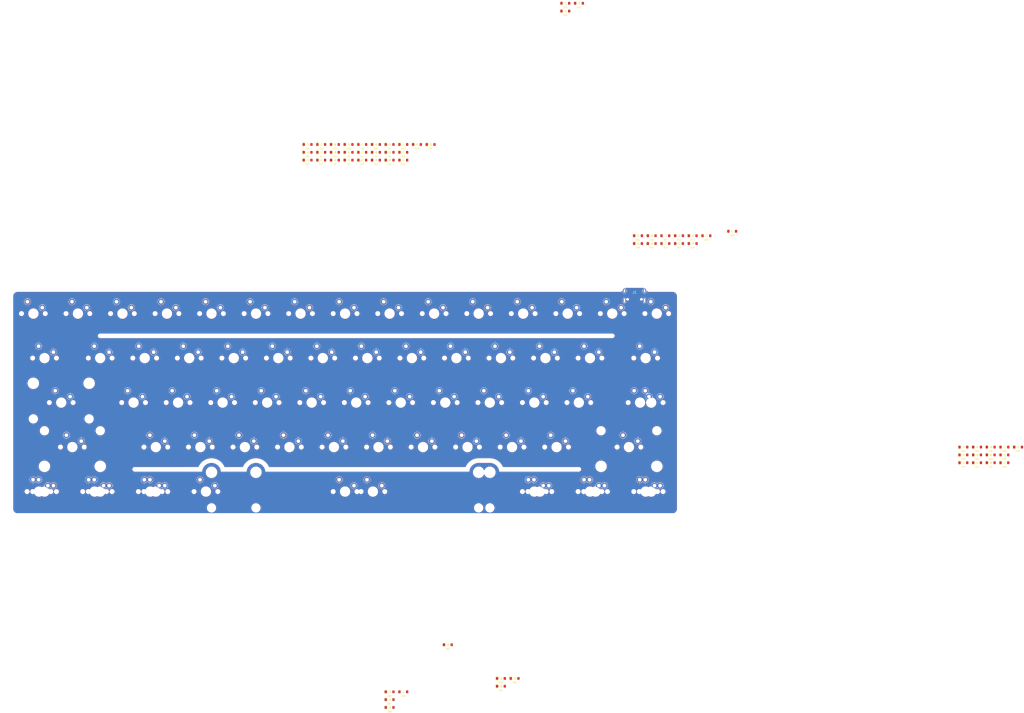
<source format=kicad_pcb>
(kicad_pcb (version 20221018) (generator pcbnew)
  (layers (0 "F.Cu" signal) (31 "B.Cu" signal) (34 "B.Paste" user) (35 "F.Paste" user) (36 "B.SilkS" user "B.Silkscreen") (37 "F.SilkS" user "F.Silkscreen") (38 "B.Mask" user) (39 "F.Mask" user) (44 "Edge.Cuts" user))
  (net 0 "")
  (net 1 "Net-(SW1-Pad1)")
  (net 2 "Net-(SW2-Pad1)")
  (net 3 "Net-(SW3-Pad1)")
  (net 4 "Net-(SW4-Pad1)")
  (net 5 "Net-(SW5-Pad1)")
  (net 6 "Net-(SW6-Pad1)")
  (net 7 "Net-(SW7-Pad1)")
  (net 8 "Net-(SW8-Pad1)")
  (net 9 "Net-(SW9-Pad1)")
  (net 10 "Net-(SW10-Pad1)")
  (net 11 "Net-(SW11-Pad1)")
  (net 12 "Net-(SW12-Pad1)")
  (net 13 "Net-(SW13-Pad1)")
  (net 14 "Net-(SW14-Pad1)")
  (net 15 "Net-(SW15-Pad1)")
  (net 16 "Net-(J1-PadS)")
  (net 17 "Net-(J1-PadB8)")
  (net 18 "Net-(J1-PadA5)")
  (net 19 "Net-(J1-PadB7)")
  (net 20 "Net-(J1-PadA6)")
  (net 21 "Net-(J1-PadB5)")
  (net 22 "Net-(J1-PadA8)")
  (net 23 "Net-(J1-PadB6)")
  (net 24 "Net-(J1-PadA7)")
  (net 25 "Net-(J1-PadA4)")
  (net 26 "Net-(J1-PadB4)")
  (net 27 "GND")
  (net 28 "Net-(D1-Pad1)")
  (net 29 "Net-(D1-Pad2)")
  (net 30 "Net-(D2-Pad1)")
  (net 31 "Net-(D2-Pad2)")
  (net 32 "Net-(D3-Pad1)")
  (net 33 "Net-(D3-Pad2)")
  (net 34 "Net-(D4-Pad1)")
  (net 35 "Net-(D4-Pad2)")
  (net 36 "Net-(D5-Pad1)")
  (net 37 "Net-(D5-Pad2)")
  (net 38 "Net-(D6-Pad1)")
  (net 39 "Net-(D6-Pad2)")
  (net 40 "Net-(D7-Pad1)")
  (net 41 "Net-(D7-Pad2)")
  (net 42 "Net-(D8-Pad1)")
  (net 43 "Net-(D8-Pad2)")
  (net 44 "Net-(D9-Pad1)")
  (net 45 "Net-(D9-Pad2)")
  (net 46 "Net-(D10-Pad1)")
  (net 47 "Net-(D10-Pad2)")
  (net 48 "Net-(D11-Pad1)")
  (net 49 "Net-(D11-Pad2)")
  (net 50 "Net-(D12-Pad1)")
  (net 51 "Net-(D12-Pad2)")
  (net 52 "Net-(D13-Pad1)")
  (net 53 "Net-(D13-Pad2)")
  (net 54 "Net-(D14-Pad1)")
  (net 55 "Net-(D14-Pad2)")
  (net 56 "Net-(D15-Pad1)")
  (net 57 "Net-(D15-Pad2)")
  (net 58 "Net-(D16-Pad1)")
  (net 59 "Net-(D16-Pad2)")
  (net 60 "Net-(D17-Pad1)")
  (net 61 "Net-(D17-Pad2)")
  (net 62 "Net-(D18-Pad1)")
  (net 63 "Net-(D18-Pad2)")
  (net 64 "Net-(D19-Pad1)")
  (net 65 "Net-(D19-Pad2)")
  (net 66 "Net-(D20-Pad1)")
  (net 67 "Net-(D20-Pad2)")
  (net 68 "Net-(D21-Pad1)")
  (net 69 "Net-(D21-Pad2)")
  (net 70 "Net-(D22-Pad1)")
  (net 71 "Net-(D22-Pad2)")
  (net 72 "Net-(D23-Pad1)")
  (net 73 "Net-(D23-Pad2)")
  (net 74 "Net-(D24-Pad1)")
  (net 75 "Net-(D24-Pad2)")
  (net 76 "Net-(D25-Pad1)")
  (net 77 "Net-(D25-Pad2)")
  (net 78 "Net-(D26-Pad1)")
  (net 79 "Net-(D26-Pad2)")
  (net 80 "Net-(D27-Pad1)")
  (net 81 "Net-(D27-Pad2)")
  (net 82 "Net-(D28-Pad1)")
  (net 83 "Net-(D28-Pad2)")
  (net 84 "Net-(D29-Pad1)")
  (net 85 "Net-(D29-Pad2)")
  (net 86 "Net-(SW16-Pad1)")
  (net 87 "Net-(SW17-Pad1)")
  (net 88 "Net-(SW18-Pad1)")
  (net 89 "Net-(SW19-Pad1)")
  (net 90 "Net-(SW20-Pad1)")
  (net 91 "Net-(SW21-Pad1)")
  (net 92 "Net-(SW22-Pad1)")
  (net 93 "Net-(SW23-Pad1)")
  (net 94 "Net-(SW24-Pad1)")
  (net 95 "Net-(SW25-Pad1)")
  (net 96 "Net-(SW26-Pad1)")
  (net 97 "Net-(SW27-Pad1)")
  (net 98 "Net-(SW28-Pad1)")
  (net 99 "Net-(SW29-Pad1)")
  (net 100 "Net-(D30-Pad1)")
  (net 101 "Net-(D30-Pad2)")
  (net 102 "Net-(D31-Pad1)")
  (net 103 "Net-(D31-Pad2)")
  (net 104 "Net-(D32-Pad1)")
  (net 105 "Net-(D32-Pad2)")
  (net 106 "Net-(D33-Pad1)")
  (net 107 "Net-(D33-Pad2)")
  (net 108 "Net-(D34-Pad1)")
  (net 109 "Net-(D34-Pad2)")
  (net 110 "Net-(D35-Pad1)")
  (net 111 "Net-(D35-Pad2)")
  (net 112 "Net-(D36-Pad1)")
  (net 113 "Net-(D36-Pad2)")
  (net 114 "Net-(D37-Pad1)")
  (net 115 "Net-(D37-Pad2)")
  (net 116 "Net-(D38-Pad1)")
  (net 117 "Net-(D38-Pad2)")
  (net 118 "Net-(D39-Pad1)")
  (net 119 "Net-(D39-Pad2)")
  (net 120 "Net-(D40-Pad1)")
  (net 121 "Net-(D40-Pad2)")
  (net 122 "Net-(D41-Pad1)")
  (net 123 "Net-(D41-Pad2)")
  (net 124 "Net-(D42-Pad1)")
  (net 125 "Net-(D42-Pad2)")
  (net 126 "Net-(SW30-Pad1)")
  (net 127 "Net-(SW31-Pad1)")
  (net 128 "Net-(SW32-Pad1)")
  (net 129 "Net-(SW33-Pad1)")
  (net 130 "Net-(SW34-Pad1)")
  (net 131 "Net-(SW35-Pad1)")
  (net 132 "Net-(SW36-Pad1)")
  (net 133 "Net-(SW37-Pad1)")
  (net 134 "Net-(SW38-Pad1)")
  (net 135 "Net-(SW39-Pad1)")
  (net 136 "Net-(SW40-Pad1)")
  (net 137 "Net-(SW41-Pad1)")
  (net 138 "Net-(SW42-Pad1)")
  (net 139 "Net-(SW43-Pad1)")
  (net 140 "Net-(SW43-Pad2)")
  (net 141 "Net-(D43-Pad1)")
  (net 142 "Net-(D43-Pad2)")
  (net 143 "Net-(D44-Pad1)")
  (net 144 "Net-(D44-Pad2)")
  (net 145 "Net-(D45-Pad1)")
  (net 146 "Net-(D45-Pad2)")
  (net 147 "Net-(D46-Pad1)")
  (net 148 "Net-(D46-Pad2)")
  (net 149 "Net-(D47-Pad1)")
  (net 150 "Net-(D47-Pad2)")
  (net 151 "Net-(D48-Pad1)")
  (net 152 "Net-(D48-Pad2)")
  (net 153 "Net-(D49-Pad1)")
  (net 154 "Net-(D49-Pad2)")
  (net 155 "Net-(D50-Pad1)")
  (net 156 "Net-(D50-Pad2)")
  (net 157 "Net-(D51-Pad1)")
  (net 158 "Net-(D51-Pad2)")
  (net 159 "Net-(D52-Pad1)")
  (net 160 "Net-(D52-Pad2)")
  (net 161 "Net-(D53-Pad1)")
  (net 162 "Net-(D53-Pad2)")
  (net 163 "Net-(D54-Pad1)")
  (net 164 "Net-(D54-Pad2)")
  (net 165 "Net-(SW44-Pad1)")
  (net 166 "Net-(SW45-Pad1)")
  (net 167 "Net-(SW46-Pad1)")
  (net 168 "Net-(SW47-Pad1)")
  (net 169 "Net-(SW48-Pad1)")
  (net 170 "Net-(SW49-Pad1)")
  (net 171 "Net-(SW50-Pad1)")
  (net 172 "Net-(SW51-Pad1)")
  (net 173 "Net-(SW52-Pad1)")
  (net 174 "Net-(SW53-Pad1)")
  (net 175 "Net-(SW54-Pad1)")
  (net 176 "Net-(SW?B-Pad1)")
  (net 177 "Net-(D55-Pad1)")
  (net 178 "Net-(D55-Pad2)")
  (net 179 "Net-(D56-Pad1)")
  (net 180 "Net-(D56-Pad2)")
  (net 181 "Net-(D57-Pad1)")
  (net 182 "Net-(D57-Pad2)")
  (net 183 "Net-(D58-Pad1)")
  (net 184 "Net-(D58-Pad2)")
  (net 185 "Net-(D59-Pad1)")
  (net 186 "Net-(D59-Pad2)")
  (net 187 "Net-(D60-Pad1)")
  (net 188 "Net-(D60-Pad2)")
  (net 189 "Net-(D61-Pad1)")
  (net 190 "Net-(D61-Pad2)")
  (net 191 "Net-(D62-Pad1)")
  (net 192 "Net-(D62-Pad2)")
  (net 193 "Net-(SW55-Pad1)")
  (net 194 "Net-(SW56-Pad1)")
  (net 195 "Net-(SW57-Pad1)")
  (net 196 "Net-(SW58-Pad1)")
  (net 197 "Net-(SW59-Pad1)")
  (net 198 "Net-(SW60-Pad1)")
  (net 199 "Net-(SW61-Pad1)")
  (net 200 "Net-(SW62-Pad1)")
  (net 201 "Net-(SW66-Pad1)")
  (net 202 "Net-(SW63-Pad2)")
  (net 203 "Net-(SW64-Pad2)")
  (net 204 "Net-(SW65-Pad2)")
  (net 205 "Net-(SW66-Pad2)")
  (net 206 "Net-(SW67-Pad2)")
  (net 207 "Net-(SW68-Pad2)")
  (net 208 "Net-(SW69-Pad2)")
  (footprint "acheron_MX_SolderMask:MX125" (layer "F.Cu") (at 14.58125 104.41875)
    (fp_text reference "SW62")
    (fp_text value "RCTRL")
    (pad "" np_thru_hole circle (at -5.08 0) (size 1.7018 1.7018) (drill 1.7018) (layers "*.Cu" "*.Mask"))
    (pad "" np_thru_hole circle (at 0 0) (size 3.9878 3.9878) (drill 3.9878) (layers "*.Cu" "*.Mask"))
    (pad "" np_thru_hole circle (at 5.08 0) (size 1.7018 1.7018) (drill 1.7018) (layers "*.Cu" "*.Mask"))
    (pad "1" thru_hole circle (at -2.54 -5.08) (size 2.54 2.54) (drill 1.524) (layers "*.Cu" "F.Mask") (net 200 "Net-(SW62-Pad1)"))
    (pad "2" thru_hole circle (at 3.81 -2.54) (size 2.54 2.54) (drill 1.524) (layers "*.Cu" "F.Mask") (net 192 "Net-(D62-Pad2)"))
  )
  (footprint "acheron_Components:D_SOD-123" (layer "F.Cu") (at 135.35 -44.1875)
    (fp_text reference "D23" (at -0.00012 1.7786 180) (layer "F.SilkS") (effects (font (size 0.6 0.6))))
    (fp_text value "1N4148W")
    (pad "1" smd roundrect (at -1.65 0) (size 1 1.2) (layers "F.Cu" "F.Paste" "F.Mask") (net 72 "Net-(D23-Pad1)"))
    (pad "2" smd roundrect (at 1.65 0) (size 1 1.2) (layers "F.Cu" "F.Paste" "F.Mask") (net 73 "Net-(D23-Pad2)"))
  )
  (footprint "acheron_Components:D_SOD-123" (layer "F.Cu") (at 147.05 -40.8375)
    (fp_text reference "D8" (at -0.00012 1.7786 180) (layer "F.SilkS") (effects (font (size 0.6 0.6))))
    (fp_text value "1N4148W")
    (pad "1" smd roundrect (at -1.65 0) (size 1 1.2) (layers "F.Cu" "F.Paste" "F.Mask") (net 42 "Net-(D8-Pad1)"))
    (pad "2" smd roundrect (at 1.65 0) (size 1 1.2) (layers "F.Cu" "F.Paste" "F.Mask") (net 43 "Net-(D8-Pad2)"))
  )
  (footprint "acheron_Components:D_SOD-123" (layer "F.Cu") (at 282.575 -5.11875)
    (fp_text reference "D54" (at -0.00012 1.7786 180) (layer "F.SilkS") (effects (font (size 0.6 0.6))))
    (fp_text value "1N4148W")
    (pad "1" smd roundrect (at -1.65 0) (size 1 1.2) (layers "F.Cu" "F.Paste" "F.Mask") (net 163 "Net-(D54-Pad1)"))
    (pad "2" smd roundrect (at 1.65 0) (size 1 1.2) (layers "F.Cu" "F.Paste" "F.Mask") (net 164 "Net-(D54-Pad2)"))
  )
  (footprint "acheron_Components:D_SOD-123" (layer "F.Cu") (at 147.05 -37.4875)
    (fp_text reference "D2" (at -0.00012 1.7786 180) (layer "F.SilkS") (effects (font (size 0.6 0.6))))
    (fp_text value "1N4148W")
    (pad "1" smd roundrect (at -1.65 0) (size 1 1.2) (layers "F.Cu" "F.Paste" "F.Mask") (net 30 "Net-(D2-Pad1)"))
    (pad "2" smd roundrect (at 1.65 0) (size 1 1.2) (layers "F.Cu" "F.Paste" "F.Mask") (net 31 "Net-(D2-Pad2)"))
  )
  (footprint "acheron_Components:D_SOD-123" (layer "F.Cu") (at 164.6 -37.4875)
    (fp_text reference "D21" (at -0.00012 1.7786 180) (layer "F.SilkS") (effects (font (size 0.6 0.6))))
    (fp_text value "1N4148W")
    (pad "1" smd roundrect (at -1.65 0) (size 1 1.2) (layers "F.Cu" "F.Paste" "F.Mask") (net 68 "Net-(D21-Pad1)"))
    (pad "2" smd roundrect (at 1.65 0) (size 1 1.2) (layers "F.Cu" "F.Paste" "F.Mask") (net 69 "Net-(D21-Pad2)"))
  )
  (footprint "acheron_MX_SolderMask:MX150" (layer "F.Cu") (at 16.9625 104.41875)
    (fp_text reference "SW69")
    (fp_text value "RCTRL")
    (pad "" np_thru_hole circle (at -5.08 0) (size 1.7018 1.7018) (drill 1.7018) (layers "*.Cu" "*.Mask"))
    (pad "" np_thru_hole circle (at 0 0) (size 3.9878 3.9878) (drill 3.9878) (layers "*.Cu" "*.Mask"))
    (pad "" np_thru_hole circle (at 5.08 0) (size 1.7018 1.7018) (drill 1.7018) (layers "*.Cu" "*.Mask"))
    (pad "1" thru_hole circle (at -2.54 -5.08) (size 2.54 2.54) (drill 1.524) (layers "*.Cu" "F.Mask") (net 200 "Net-(SW62-Pad1)"))
    (pad "2" thru_hole circle (at 3.81 -2.54) (size 2.54 2.54) (drill 1.524) (layers "*.Cu" "F.Mask") (net 208 "Net-(SW69-Pad2)"))
  )
  (footprint "acheron_MX_SolderMask:MX100" (layer "F.Cu") (at 50.3 28.21875)
    (fp_text reference "SW13")
    (fp_text value "PLUS")
    (pad "" np_thru_hole circle (at -5.08 0) (size 1.7018 1.7018) (drill 1.7018) (layers "*.Cu" "*.Mask"))
    (pad "" np_thru_hole circle (at 0 0) (size 3.9878 3.9878) (drill 3.9878) (layers "*.Cu" "*.Mask"))
    (pad "" np_thru_hole circle (at 5.08 0) (size 1.7018 1.7018) (drill 1.7018) (layers "*.Cu" "*.Mask"))
    (pad "1" thru_hole circle (at -2.54 -5.08) (size 2.54 2.54) (drill 1.524) (layers "*.Cu" "F.Mask") (net 13 "Net-(SW13-Pad1)"))
    (pad "2" thru_hole circle (at 3.81 -2.54 90) (size 2.54 2.54) (drill 1.524) (layers "*.Cu" "F.Mask") (net 53 "Net-(D13-Pad2)"))
  )
  (footprint "acheron_Components:D_SOD-123" (layer "F.Cu") (at 433.475 85.36875)
    (fp_text reference "D36" (at -0.00012 1.7786 180) (layer "F.SilkS") (effects (font (size 0.6 0.6))))
    (fp_text value "1N4148W")
    (pad "1" smd roundrect (at -1.65 0) (size 1 1.2) (layers "F.Cu" "F.Paste" "F.Mask") (net 112 "Net-(D36-Pad1)"))
    (pad "2" smd roundrect (at 1.65 0) (size 1 1.2) (layers "F.Cu" "F.Paste" "F.Mask") (net 113 "Net-(D36-Pad2)"))
  )
  (footprint "acheron_Components:D_SOD-123" (layer "F.Cu") (at 410.075 92.06875)
    (fp_text reference "D37" (at -0.00012 1.7786 180) (layer "F.SilkS") (effects (font (size 0.6 0.6))))
    (fp_text value "1N4148W")
    (pad "1" smd roundrect (at -1.65 0) (size 1 1.2) (layers "F.Cu" "F.Paste" "F.Mask") (net 114 "Net-(D37-Pad1)"))
    (pad "2" smd roundrect (at 1.65 0) (size 1 1.2) (layers "F.Cu" "F.Paste" "F.Mask") (net 115 "Net-(D37-Pad2)"))
  )
  (footprint "acheron_Components:D_SOD-123" (layer "F.Cu") (at 152.9 -44.1875)
    (fp_text reference "D5" (at -0.00012 1.7786 180) (layer "F.SilkS") (effects (font (size 0.6 0.6))))
    (fp_text value "1N4148W")
    (pad "1" smd roundrect (at -1.65 0) (size 1 1.2) (layers "F.Cu" "F.Paste" "F.Mask") (net 36 "Net-(D5-Pad1)"))
    (pad "2" smd roundrect (at 1.65 0) (size 1 1.2) (layers "F.Cu" "F.Paste" "F.Mask") (net 37 "Net-(D5-Pad2)"))
  )
  (footprint "acheron_MX_SolderMask:MX100" (layer "F.Cu") (at 155.075 47.26875)
    (fp_text reference "SW22")
    (fp_text value "Y")
    (pad "" np_thru_hole circle (at -5.08 0) (size 1.7018 1.7018) (drill 1.7018) (layers "*.Cu" "*.Mask"))
    (pad "" np_thru_hole circle (at 0 0) (size 3.9878 3.9878) (drill 3.9878) (layers "*.Cu" "*.Mask"))
    (pad "" np_thru_hole circle (at 5.08 0) (size 1.7018 1.7018) (drill 1.7018) (layers "*.Cu" "*.Mask"))
    (pad "1" thru_hole circle (at -2.54 -5.08) (size 2.54 2.54) (drill 1.524) (layers "*.Cu" "F.Mask") (net 92 "Net-(SW22-Pad1)"))
    (pad "2" thru_hole circle (at 3.81 -2.54 90) (size 2.54 2.54) (drill 1.524) (layers "*.Cu" "F.Mask") (net 71 "Net-(D22-Pad2)"))
  )
  (footprint "acheron_MX_SolderMask:MX100" (layer "F.Cu") (at 131.2625 66.31875)
    (fp_text reference "SW37")
    (fp_text value "J")
    (pad "" np_thru_hole circle (at -5.08 0) (size 1.7018 1.7018) (drill 1.7018) (layers "*.Cu" "*.Mask"))
    (pad "" np_thru_hole circle (at 0 0) (size 3.9878 3.9878) (drill 3.9878) (layers "*.Cu" "*.Mask"))
    (pad "" np_thru_hole circle (at 5.08 0) (size 1.7018 1.7018) (drill 1.7018) (layers "*.Cu" "*.Mask"))
    (pad "1" thru_hole circle (at -2.54 -5.08) (size 2.54 2.54) (drill 1.524) (layers "*.Cu" "F.Mask") (net 133 "Net-(SW37-Pad1)"))
    (pad "2" thru_hole circle (at 3.81 -2.54 90) (size 2.54 2.54) (drill 1.524) (layers "*.Cu" "F.Mask") (net 115 "Net-(D37-Pad2)"))
  )
  (footprint "acheron_MX_SolderMask:MX100" (layer "F.Cu") (at 278.9 28.21875)
    (fp_text reference "SW1")
    (fp_text value "ESC")
    (pad "" np_thru_hole circle (at -5.08 0) (size 1.7018 1.7018) (drill 1.7018) (layers "*.Cu" "*.Mask"))
    (pad "" np_thru_hole circle (at 0 0) (size 3.9878 3.9878) (drill 3.9878) (layers "*.Cu" "*.Mask"))
    (pad "" np_thru_hole circle (at 5.08 0) (size 1.7018 1.7018) (drill 1.7018) (layers "*.Cu" "*.Mask"))
    (pad "1" thru_hole circle (at -2.54 -5.08) (size 2.54 2.54) (drill 1.524) (layers "*.Cu" "F.Mask") (net 1 "Net-(SW1-Pad1)"))
    (pad "2" thru_hole circle (at 3.81 -2.54 90) (size 2.54 2.54) (drill 1.524) (layers "*.Cu" "F.Mask") (net 29 "Net-(D1-Pad2)"))
  )
  (footprint "acheron_MX_SolderMask:MX100" (layer "F.Cu") (at 236.0375 85.36875)
    (fp_text reference "SW45")
    (fp_text value "Z")
    (pad "" np_thru_hole circle (at -5.08 0) (size 1.7018 1.7018) (drill 1.7018) (layers "*.Cu" "*.Mask"))
    (pad "" np_thru_hole circle (at 0 0) (size 3.9878 3.9878) (drill 3.9878) (layers "*.Cu" "*.Mask"))
    (pad "" np_thru_hole circle (at 5.08 0) (size 1.7018 1.7018) (drill 1.7018) (layers "*.Cu" "*.Mask"))
    (pad "1" thru_hole circle (at -2.54 -5.08) (size 2.54 2.54) (drill 1.524) (layers "*.Cu" "F.Mask") (net 166 "Net-(SW45-Pad1)"))
    (pad "2" thru_hole circle (at 3.81 -2.54 90) (size 2.54 2.54) (drill 1.524) (layers "*.Cu" "F.Mask") (net 144 "Net-(D44-Pad2)"))
  )
  (footprint "acheron_Components:D_SOD-123" (layer "F.Cu") (at 270.875 -5.11875)
    (fp_text reference "D51" (at -0.00012 1.7786 180) (layer "F.SilkS") (effects (font (size 0.6 0.6))))
    (fp_text value "1N4148W")
    (pad "1" smd roundrect (at -1.65 0) (size 1 1.2) (layers "F.Cu" "F.Paste" "F.Mask") (net 157 "Net-(D51-Pad1)"))
    (pad "2" smd roundrect (at 1.65 0) (size 1 1.2) (layers "F.Cu" "F.Paste" "F.Mask") (net 158 "Net-(D51-Pad2)"))
  )
  (footprint "acheron_MX_SolderMask:MX100" (layer "F.Cu") (at 174.125 47.26875)
    (fp_text reference "SW21")
    (fp_text value "T")
    (pad "" np_thru_hole circle (at -5.08 0) (size 1.7018 1.7018) (drill 1.7018) (layers "*.Cu" "*.Mask"))
    (pad "" np_thru_hole circle (at 0 0) (size 3.9878 3.9878) (drill 3.9878) (layers "*.Cu" "*.Mask"))
    (pad "" np_thru_hole circle (at 5.08 0) (size 1.7018 1.7018) (drill 1.7018) (layers "*.Cu" "*.Mask"))
    (pad "1" thru_hole circle (at -2.54 -5.08) (size 2.54 2.54) (drill 1.524) (layers "*.Cu" "F.Mask") (net 91 "Net-(SW21-Pad1)"))
    (pad "2" thru_hole circle (at 3.81 -2.54 90) (size 2.54 2.54) (drill 1.524) (layers "*.Cu" "F.Mask") (net 69 "Net-(D21-Pad2)"))
  )
  (footprint "acheron_MX_SolderMask:MX125" (layer "F.Cu") (at 86.01875 104.41875)
    (fp_text reference "SW59")
    (fp_text value "RALT")
    (pad "" np_thru_hole circle (at -5.08 0) (size 1.7018 1.7018) (drill 1.7018) (layers "*.Cu" "*.Mask"))
    (pad "" np_thru_hole circle (at 0 0) (size 3.9878 3.9878) (drill 3.9878) (layers "*.Cu" "*.Mask"))
    (pad "" np_thru_hole circle (at 5.08 0) (size 1.7018 1.7018) (drill 1.7018) (layers "*.Cu" "*.Mask"))
    (pad "1" thru_hole circle (at -2.54 -5.08) (size 2.54 2.54) (drill 1.524) (layers "*.Cu" "F.Mask") (net 197 "Net-(SW59-Pad1)"))
    (pad "2" thru_hole circle (at 3.81 -2.54) (size 2.54 2.54) (drill 1.524) (layers "*.Cu" "F.Mask") (net 186 "Net-(D59-Pad2)"))
  )
  (footprint "acheron_Components:D_SOD-123" (layer "F.Cu") (at 158.75 -44.1875)
    (fp_text reference "D25" (at -0.00012 1.7786 180) (layer "F.SilkS") (effects (font (size 0.6 0.6))))
    (fp_text value "1N4148W")
    (pad "1" smd roundrect (at -1.65 0) (size 1 1.2) (layers "F.Cu" "F.Paste" "F.Mask") (net 76 "Net-(D25-Pad1)"))
    (pad "2" smd roundrect (at 1.65 0) (size 1 1.2) (layers "F.Cu" "F.Paste" "F.Mask") (net 77 "Net-(D25-Pad2)"))
  )
  (footprint "acheron_Components:D_SOD-123" (layer "F.Cu") (at 421.775 92.06875)
    (fp_text reference "D34" (at -0.00012 1.7786 180) (layer "F.SilkS") (effects (font (size 0.6 0.6))))
    (fp_text value "1N4148W")
    (pad "1" smd roundrect (at -1.65 0) (size 1 1.2) (layers "F.Cu" "F.Paste" "F.Mask") (net 108 "Net-(D34-Pad1)"))
    (pad "2" smd roundrect (at 1.65 0) (size 1 1.2) (layers "F.Cu" "F.Paste" "F.Mask") (net 109 "Net-(D34-Pad2)"))
  )
  (footprint "acheron_MX_SolderMask:MX100" (layer "F.Cu") (at 202.7 28.21875)
    (fp_text reference "SW5")
    (fp_text value "4")
    (pad "" np_thru_hole circle (at -5.08 0) (size 1.7018 1.7018) (drill 1.7018) (layers "*.Cu" "*.Mask"))
    (pad "" np_thru_hole circle (at 0 0) (size 3.9878 3.9878) (drill 3.9878) (layers "*.Cu" "*.Mask"))
    (pad "" np_thru_hole circle (at 5.08 0) (size 1.7018 1.7018) (drill 1.7018) (layers "*.Cu" "*.Mask"))
    (pad "1" thru_hole circle (at -2.54 -5.08) (size 2.54 2.54) (drill 1.524) (layers "*.Cu" "F.Mask") (net 5 "Net-(SW5-Pad1)"))
    (pad "2" thru_hole circle (at 3.81 -2.54 90) (size 2.54 2.54) (drill 1.524) (layers "*.Cu" "F.Mask") (net 37 "Net-(D5-Pad2)"))
  )
  (footprint "acheron_Components:D_SOD-123" (layer "F.Cu") (at 141.2 -37.4875)
    (fp_text reference "D9" (at -0.00012 1.7786 180) (layer "F.SilkS") (effects (font (size 0.6 0.6))))
    (fp_text value "1N4148W")
    (pad "1" smd roundrect (at -1.65 0) (size 1 1.2) (layers "F.Cu" "F.Paste" "F.Mask") (net 44 "Net-(D9-Pad1)"))
    (pad "2" smd roundrect (at 1.65 0) (size 1 1.2) (layers "F.Cu" "F.Paste" "F.Mask") (net 45 "Net-(D9-Pad2)"))
  )
  (footprint "acheron_MX_SolderMask:MX150" (layer "F.Cu") (at 226.5125 104.41875)
    (fp_text reference "SW65")
    (fp_text value "LALT")
    (pad "" np_thru_hole circle (at -5.08 0) (size 1.7018 1.7018) (drill 1.7018) (layers "*.Cu" "*.Mask"))
    (pad "" np_thru_hole circle (at 0 0) (size 3.9878 3.9878) (drill 3.9878) (layers "*.Cu" "*.Mask"))
    (pad "" np_thru_hole circle (at 5.08 0) (size 1.7018 1.7018) (drill 1.7018) (layers "*.Cu" "*.Mask"))
    (pad "1" thru_hole circle (at -2.54 -5.08) (size 2.54 2.54) (drill 1.524) (layers "*.Cu" "F.Mask") (net 195 "Net-(SW57-Pad1)"))
    (pad "2" thru_hole circle (at 3.81 -2.54) (size 2.54 2.54) (drill 1.524) (layers "*.Cu" "F.Mask") (net 204 "Net-(SW65-Pad2)"))
  )
  (footprint "acheron_MX_SolderMask:MX100" (layer "F.Cu") (at 226.5125 66.31875)
    (fp_text reference "SW32")
    (fp_text value "S")
    (pad "" np_thru_hole circle (at -5.08 0) (size 1.7018 1.7018) (drill 1.7018) (layers "*.Cu" "*.Mask"))
    (pad "" np_thru_hole circle (at 0 0) (size 3.9878 3.9878) (drill 3.9878) (layers "*.Cu" "*.Mask"))
    (pad "" np_thru_hole circle (at 5.08 0) (size 1.7018 1.7018) (drill 1.7018) (layers "*.Cu" "*.Mask"))
    (pad "1" thru_hole circle (at -2.54 -5.08) (size 2.54 2.54) (drill 1.524) (layers "*.Cu" "F.Mask") (net 128 "Net-(SW32-Pad1)"))
    (pad "2" thru_hole circle (at 3.81 -2.54 90) (size 2.54 2.54) (drill 1.524) (layers "*.Cu" "F.Mask") (net 105 "Net-(D32-Pad2)"))
  )
  (footprint "acheron_MX_SolderMask:MX100" (layer "F.Cu") (at 150.3125 66.31875)
    (fp_text reference "SW36")
    (fp_text value "H")
    (pad "" np_thru_hole circle (at -5.08 0) (size 1.7018 1.7018) (drill 1.7018) (layers "*.Cu" "*.Mask"))
    (pad "" np_thru_hole circle (at 0 0) (size 3.9878 3.9878) (drill 3.9878) (layers "*.Cu" "*.Mask"))
    (pad "" np_thru_hole circle (at 5.08 0) (size 1.7018 1.7018) (drill 1.7018) (layers "*.Cu" "*.Mask"))
    (pad "1" thru_hole circle (at -2.54 -5.08) (size 2.54 2.54) (drill 1.524) (layers "*.Cu" "F.Mask") (net 132 "Net-(SW36-Pad1)"))
    (pad "2" thru_hole circle (at 3.81 -2.54 90) (size 2.54 2.54) (drill 1.524) (layers "*.Cu" "F.Mask") (net 113 "Net-(D36-Pad2)"))
  )
  (footprint "acheron_Components:D_SOD-123" (layer "F.Cu") (at 427.625 92.06875)
    (fp_text reference "D40" (at -0.00012 1.7786 180) (layer "F.SilkS") (effects (font (size 0.6 0.6))))
    (fp_text value "1N4148W")
    (pad "1" smd roundrect (at -1.65 0) (size 1 1.2) (layers "F.Cu" "F.Paste" "F.Mask") (net 120 "Net-(D40-Pad1)"))
    (pad "2" smd roundrect (at 1.65 0) (size 1 1.2) (layers "F.Cu" "F.Paste" "F.Mask") (net 121 "Net-(D40-Pad2)"))
  )
  (footprint "acheron_MX_SolderMask:MX100" (layer "F.Cu") (at 245.5625 66.31875)
    (fp_text reference "SW31")
    (fp_text value "A")
    (pad "" np_thru_hole circle (at -5.08 0) (size 1.7018 1.7018) (drill 1.7018) (layers "*.Cu" "*.Mask"))
    (pad "" np_thru_hole circle (at 0 0) (size 3.9878 3.9878) (drill 3.9878) (layers "*.Cu" "*.Mask"))
    (pad "" np_thru_hole circle (at 5.08 0) (size 1.7018 1.7018) (drill 1.7018) (layers "*.Cu" "*.Mask"))
    (pad "1" thru_hole circle (at -2.54 -5.08) (size 2.54 2.54) (drill 1.524) (layers "*.Cu" "F.Mask") (net 127 "Net-(SW31-Pad1)"))
    (pad "2" thru_hole circle (at 3.81 -2.54 90) (size 2.54 2.54) (drill 1.524) (layers "*.Cu" "F.Mask") (net 103 "Net-(D31-Pad2)"))
  )
  (footprint "acheron_MX_SolderMask:MX100" (layer "F.Cu") (at 40.775 47.26875)
    (fp_text reference "SW28")
    (fp_text value "RBRKT")
    (pad "" np_thru_hole circle (at -5.08 0) (size 1.7018 1.7018) (drill 1.7018) (layers "*.Cu" "*.Mask"))
    (pad "" np_thru_hole circle (at 0 0) (size 3.9878 3.9878) (drill 3.9878) (layers "*.Cu" "*.Mask"))
    (pad "" np_thru_hole circle (at 5.08 0) (size 1.7018 1.7018) (drill 1.7018) (layers "*.Cu" "*.Mask"))
    (pad "1" thru_hole circle (at -2.54 -5.08) (size 2.54 2.54) (drill 1.524) (layers "*.Cu" "F.Mask") (net 98 "Net-(SW28-Pad1)"))
    (pad "2" thru_hole circle (at 3.81 -2.54 90) (size 2.54 2.54) (drill 1.524) (layers "*.Cu" "F.Mask") (net 83 "Net-(D28-Pad2)"))
  )
  (footprint "acheron_Components:D_SOD-123" (layer "F.Cu") (at 158.75 -37.4875)
    (fp_text reference "D13" (at -0.00012 1.7786 180) (layer "F.SilkS") (effects (font (size 0.6 0.6))))
    (fp_text value "1N4148W")
    (pad "1" smd roundrect (at -1.65 0) (size 1 1.2) (layers "F.Cu" "F.Paste" "F.Mask") (net 52 "Net-(D13-Pad1)"))
    (pad "2" smd roundrect (at 1.65 0) (size 1 1.2) (layers "F.Cu" "F.Paste" "F.Mask") (net 53 "Net-(D13-Pad2)"))
  )
  (footprint "acheron_MX_SolderMask:MX100" (layer "F.Cu") (at 116.975 47.26875)
    (fp_text reference "SW24")
    (fp_text value "I")
    (pad "" np_thru_hole circle (at -5.08 0) (size 1.7018 1.7018) (drill 1.7018) (layers "*.Cu" "*.Mask"))
    (pad "" np_thru_hole circle (at 0 0) (size 3.9878 3.9878) (drill 3.9878) (layers "*.Cu" "*.Mask"))
    (pad "" np_thru_hole circle (at 5.08 0) (size 1.7018 1.7018) (drill 1.7018) (layers "*.Cu" "*.Mask"))
    (pad "1" thru_hole circle (at -2.54 -5.08) (size 2.54 2.54) (drill 1.524) (layers "*.Cu" "F.Mask") (net 94 "Net-(SW24-Pad1)"))
    (pad "2" thru_hole circle (at 3.81 -2.54 90) (size 2.54 2.54) (drill 1.524) (layers "*.Cu" "F.Mask") (net 75 "Net-(D24-Pad2)"))
  )
  (footprint "acheron_MX_SolderMask:MX125" (layer "F.Cu") (at 276.51875 104.41875)
    (fp_text reference "SW55")
    (fp_text value "LCTRL")
    (pad "" np_thru_hole circle (at -5.08 0) (size 1.7018 1.7018) (drill 1.7018) (layers "*.Cu" "*.Mask"))
    (pad "" np_thru_hole circle (at 0 0) (size 3.9878 3.9878) (drill 3.9878) (layers "*.Cu" "*.Mask"))
    (pad "" np_thru_hole circle (at 5.08 0) (size 1.7018 1.7018) (drill 1.7018) (layers "*.Cu" "*.Mask"))
    (pad "1" thru_hole circle (at -2.54 -5.08) (size 2.54 2.54) (drill 1.524) (layers "*.Cu" "F.Mask") (net 193 "Net-(SW55-Pad1)"))
    (pad "2" thru_hole circle (at 3.81 -2.54) (size 2.54 2.54) (drill 1.524) (layers "*.Cu" "F.Mask") (net 178 "Net-(D55-Pad2)"))
  )
  (footprint "acheron_MX_SolderMask:MX100" (layer "F.Cu") (at 221.75 28.21875)
    (fp_text reference "SW4")
    (fp_text value "3")
    (pad "" np_thru_hole circle (at -5.08 0) (size 1.7018 1.7018) (drill 1.7018) (layers "*.Cu" "*.Mask"))
    (pad "" np_thru_hole circle (at 0 0) (size 3.9878 3.9878) (drill 3.9878) (layers "*.Cu" "*.Mask"))
    (pad "" np_thru_hole circle (at 5.08 0) (size 1.7018 1.7018) (drill 1.7018) (layers "*.Cu" "*.Mask"))
    (pad "1" thru_hole circle (at -2.54 -5.08) (size 2.54 2.54) (drill 1.524) (layers "*.Cu" "F.Mask") (net 4 "Net-(SW4-Pad1)"))
    (pad "2" thru_hole circle (at 3.81 -2.54 90) (size 2.54 2.54) (drill 1.524) (layers "*.Cu" "F.Mask") (net 35 "Net-(D4-Pad2)"))
  )
  (footprint "acheron_Components:D_SOD-123" (layer "F.Cu") (at 410.075 88.71875)
    (fp_text reference "D32" (at -0.00012 1.7786 180) (layer "F.SilkS") (effects (font (size 0.6 0.6))))
    (fp_text value "1N4148W")
    (pad "1" smd roundrect (at -1.65 0) (size 1 1.2) (layers "F.Cu" "F.Paste" "F.Mask") (net 104 "Net-(D32-Pad1)"))
    (pad "2" smd roundrect (at 1.65 0) (size 1 1.2) (layers "F.Cu" "F.Paste" "F.Mask") (net 105 "Net-(D32-Pad2)"))
  )
  (footprint "acheron_Components:D_SOD-123" (layer "F.Cu") (at 135.35 -40.8375)
    (fp_text reference "D4" (at -0.00012 1.7786 180) (layer "F.SilkS") (effects (font (size 0.6 0.6))))
    (fp_text value "1N4148W")
    (pad "1" smd roundrect (at -1.65 0) (size 1 1.2) (layers "F.Cu" "F.Paste" "F.Mask") (net 34 "Net-(D4-Pad1)"))
    (pad "2" smd roundrect (at 1.65 0) (size 1 1.2) (layers "F.Cu" "F.Paste" "F.Mask") (net 35 "Net-(D4-Pad2)"))
  )
  (footprint "acheron_MX_SolderMask:MX100" (layer "F.Cu") (at 164.6 28.21875)
    (fp_text reference "SW7")
    (fp_text value "6")
    (pad "" np_thru_hole circle (at -5.08 0) (size 1.7018 1.7018) (drill 1.7018) (layers "*.Cu" "*.Mask"))
    (pad "" np_thru_hole circle (at 0 0) (size 3.9878 3.9878) (drill 3.9878) (layers "*.Cu" "*.Mask"))
    (pad "" np_thru_hole circle (at 5.08 0) (size 1.7018 1.7018) (drill 1.7018) (layers "*.Cu" "*.Mask"))
    (pad "1" thru_hole circle (at -2.54 -5.08) (size 2.54 2.54) (drill 1.524) (layers "*.Cu" "F.Mask") (net 7 "Net-(SW7-Pad1)"))
    (pad "2" thru_hole circle (at 3.81 -2.54 90) (size 2.54 2.54) (drill 1.524) (layers "*.Cu" "F.Mask") (net 41 "Net-(D7-Pad2)"))
  )
  (footprint "acheron_MX_SolderMask:MX100" (layer "F.Cu") (at 112.2125 66.31875)
    (fp_text reference "SW38")
    (fp_text value "K")
    (pad "" np_thru_hole circle (at -5.08 0) (size 1.7018 1.7018) (drill 1.7018) (layers "*.Cu" "*.Mask"))
    (pad "" np_thru_hole circle (at 0 0) (size 3.9878 3.9878) (drill 3.9878) (layers "*.Cu" "*.Mask"))
    (pad "" np_thru_hole circle (at 5.08 0) (size 1.7018 1.7018) (drill 1.7018) (layers "*.Cu" "*.Mask"))
    (pad "1" thru_hole circle (at -2.54 -5.08) (size 2.54 2.54) (drill 1.524) (layers "*.Cu" "F.Mask") (net 134 "Net-(SW38-Pad1)"))
    (pad "2" thru_hole circle (at 3.81 -2.54 90) (size 2.54 2.54) (drill 1.524) (layers "*.Cu" "F.Mask") (net 117 "Net-(D38-Pad2)"))
  )
  (footprint "acheron_Components:D_SOD-123" (layer "F.Cu") (at 152.9 -37.4875)
    (fp_text reference "D22" (at -0.00012 1.7786 180) (layer "F.SilkS") (effects (font (size 0.6 0.6))))
    (fp_text value "1N4148W")
    (pad "1" smd roundrect (at -1.65 0) (size 1 1.2) (layers "F.Cu" "F.Paste" "F.Mask") (net 70 "Net-(D22-Pad1)"))
    (pad "2" smd roundrect (at 1.65 0) (size 1 1.2) (layers "F.Cu" "F.Paste" "F.Mask") (net 71 "Net-(D22-Pad2)"))
  )
  (footprint "acheron_MX_SolderMask:MX100" (layer "F.Cu") (at 231.275 47.26875)
    (fp_text reference "SW18")
    (fp_text value "W")
    (pad "" np_thru_hole circle (at -5.08 0) (size 1.7018 1.7018) (drill 1.7018) (layers "*.Cu" "*.Mask"))
    (pad "" np_thru_hole circle (at 0 0) (size 3.9878 3.9878) (drill 3.9878) (layers "*.Cu" "*.Mask"))
    (pad "" np_thru_hole circle (at 5.08 0) (size 1.7018 1.7018) (drill 1.7018) (layers "*.Cu" "*.Mask"))
    (pad "1" thru_hole circle (at -2.54 -5.08) (size 2.54 2.54) (drill 1.524) (layers "*.Cu" "F.Mask") (net 88 "Net-(SW18-Pad1)"))
    (pad "2" thru_hole circle (at 3.81 -2.54 90) (size 2.54 2.54) (drill 1.524) (layers "*.Cu" "F.Mask") (net 63 "Net-(D18-Pad2)"))
  )
  (footprint "acheron_Components:D_SOD-123" (layer "F.Cu") (at 212.225 184.4125)
    (fp_text reference "D59" (at -0.00012 1.7786 180) (layer "F.SilkS") (effects (font (size 0.6 0.6))))
    (fp_text value "1N4148W")
    (pad "1" smd roundrect (at -1.65 0) (size 1 1.2) (layers "F.Cu" "F.Paste" "F.Mask") (net 185 "Net-(D59-Pad1)"))
    (pad "2" smd roundrect (at 1.65 0) (size 1 1.2) (layers "F.Cu" "F.Paste" "F.Mask") (net 186 "Net-(D59-Pad2)"))
  )
  (footprint "acheron_MX_SolderMask:MX100" (layer "F.Cu") (at 216.9875 85.36875)
    (fp_text reference "SW46")
    (fp_text value "X")
    (pad "" np_thru_hole circle (at -5.08 0) (size 1.7018 1.7018) (drill 1.7018) (layers "*.Cu" "*.Mask"))
    (pad "" np_thru_hole circle (at 0 0) (size 3.9878 3.9878) (drill 3.9878) (layers "*.Cu" "*.Mask"))
    (pad "" np_thru_hole circle (at 5.08 0) (size 1.7018 1.7018) (drill 1.7018) (layers "*.Cu" "*.Mask"))
    (pad "1" thru_hole circle (at -2.54 -5.08) (size 2.54 2.54) (drill 1.524) (layers "*.Cu" "F.Mask") (net 167 "Net-(SW46-Pad1)"))
    (pad "2" thru_hole circle (at 3.81 -2.54 90) (size 2.54 2.54) (drill 1.524) (layers "*.Cu" "F.Mask") (net 146 "Net-(D45-Pad2)"))
  )
  (footprint "acheron_Components:D_SOD-123" (layer "F.Cu") (at 170.45 -37.4875)
    (fp_text reference "D16" (at -0.00012 1.7786 180) (layer "F.SilkS") (effects (font (size 0.6 0.6))))
    (fp_text value "1N4148W")
    (pad "1" smd roundrect (at -1.65 0) (size 1 1.2) (layers "F.Cu" "F.Paste" "F.Mask") (net 58 "Net-(D16-Pad1)"))
    (pad "2" smd roundrect (at 1.65 0) (size 1 1.2) (layers "F.Cu" "F.Paste" "F.Mask") (net 59 "Net-(D16-Pad2)"))
  )
  (footprint "acheron_Components:D_SOD-123" (layer "F.Cu") (at 212.225 187.7625)
    (fp_text reference "D62" (at -0.00012 1.7786 180) (layer "F.SilkS") (effects (font (size 0.6 0.6))))
    (fp_text value "1N4148W")
    (pad "1" smd roundrect (at -1.65 0) (size 1 1.2) (layers "F.Cu" "F.Paste" "F.Mask") (net 191 "Net-(D62-Pad1)"))
    (pad "2" smd roundrect (at 1.65 0) (size 1 1.2) (layers "F.Cu" "F.Paste" "F.Mask") (net 192 "Net-(D62-Pad2)"))
  )
  (footprint "acheron_Components:D_SOD-123" (layer "F.Cu") (at 147.05 -44.1875)
    (fp_text reference "D26" (at -0.00012 1.7786 180) (layer "F.SilkS") (effects (font (size 0.6 0.6))))
    (fp_text value "1N4148W")
    (pad "1" smd roundrect (at -1.65 0) (size 1 1.2) (layers "F.Cu" "F.Paste" "F.Mask") (net 78 "Net-(D26-Pad1)"))
    (pad "2" smd roundrect (at 1.65 0) (size 1 1.2) (layers "F.Cu" "F.Paste" "F.Mask") (net 79 "Net-(D26-Pad2)"))
  )
  (footprint "acheron_MX_SolderMask:MX100" (layer "F.Cu") (at 59.825 47.26875)
    (fp_text reference "SW27")
    (fp_text value "LBRKT")
    (pad "" np_thru_hole circle (at -5.08 0) (size 1.7018 1.7018) (drill 1.7018) (layers "*.Cu" "*.Mask"))
    (pad "" np_thru_hole circle (at 0 0) (size 3.9878 3.9878) (drill 3.9878) (layers "*.Cu" "*.Mask"))
    (pad "" np_thru_hole circle (at 5.08 0) (size 1.7018 1.7018) (drill 1.7018) (layers "*.Cu" "*.Mask"))
    (pad "1" thru_hole circle (at -2.54 -5.08) (size 2.54 2.54) (drill 1.524) (layers "*.Cu" "F.Mask") (net 97 "Net-(SW27-Pad1)"))
    (pad "2" thru_hole circle (at 3.81 -2.54 90) (size 2.54 2.54) (drill 1.524) (layers "*.Cu" "F.Mask") (net 81 "Net-(D27-Pad2)"))
  )
  (footprint "acheron_MX_SolderMask:MX225R" (layer "F.Cu") (at 24.10625 66.31875)
    (fp_text reference "SW42")
    (fp_text value "ENTER")
    (pad "" np_thru_hole circle (at -11.938 -8.255 180) (size 3.9878 3.9878) (drill 3.9878) (layers "*.Cu" "*.Mask") (clearance 0.5))
    (pad "" np_thru_hole circle (at -11.938 6.985 180) (size 3.048 3.048) (drill 3.048) (layers "*.Cu" "*.Mask") (clearance 0.5))
    (pad "" np_thru_hole circle (at -5.08 0) (size 1.7018 1.7018) (drill 1.7018) (layers "*.Cu" "*.Mask"))
    (pad "" np_thru_hole circle (at 0 0) (size 3.9878 3.9878) (drill 3.9878) (layers "*.Cu" "*.Mask"))
    (pad "" np_thru_hole circle (at 5.08 0) (size 1.7018 1.7018) (drill 1.7018) (layers "*.Cu" "*.Mask"))
    (pad "" np_thru_hole circle (at 11.938 -8.255 180) (size 3.9878 3.9878) (drill 3.9878) (layers "*.Cu" "*.Mask") (clearance 0.5))
    (pad "" np_thru_hole circle (at 11.938 6.985 180) (size 3.048 3.048) (drill 3.048) (layers "*.Cu" "*.Mask") (clearance 0.5))
    (pad "1" thru_hole circle (at -2.54 -5.08) (size 2.54 2.54) (drill 1.524) (layers "*.Cu" "F.Mask") (net 138 "Net-(SW42-Pad1)"))
    (pad "2" thru_hole circle (at 3.81 -2.54) (size 2.54 2.54) (drill 1.524) (layers "*.Cu" "F.Mask") (net 125 "Net-(D42-Pad2)"))
  )
  (footprint "acheron_Components:D_SOD-123" (layer "F.Cu") (at 218.075 184.4125)
    (fp_text reference "D60" (at -0.00012 1.7786 180) (layer "F.SilkS") (effects (font (size 0.6 0.6))))
    (fp_text value "1N4148W")
    (pad "1" smd roundrect (at -1.65 0) (size 1 1.2) (layers "F.Cu" "F.Paste" "F.Mask") (net 187 "Net-(D60-Pad1)"))
    (pad "2" smd roundrect (at 1.65 0) (size 1 1.2) (layers "F.Cu" "F.Paste" "F.Mask") (net 188 "Net-(D60-Pad2)"))
  )
  (footprint "acheron_Components:D_SOD-123" (layer "F.Cu") (at 282.575 -1.76875)
    (fp_text reference "D53" (at -0.00012 1.7786 180) (layer "F.SilkS") (effects (font (size 0.6 0.6))))
    (fp_text value "1N4148W")
    (pad "1" smd roundrect (at -1.65 0) (size 1 1.2) (layers "F.Cu" "F.Paste" "F.Mask") (net 161 "Net-(D53-Pad1)"))
    (pad "2" smd roundrect (at 1.65 0) (size 1 1.2) (layers "F.Cu" "F.Paste" "F.Mask") (net 162 "Net-(D53-Pad2)"))
  )
  (footprint "acheron_MX_SolderMask:MX100" (layer "F.Cu") (at 121.7375 85.36875)
    (fp_text reference "SW50")
    (fp_text value "M")
    (pad "" np_thru_hole circle (at -5.08 0) (size 1.7018 1.7018) (drill 1.7018) (layers "*.Cu" "*.Mask"))
    (pad "" np_thru_hole circle (at 0 0) (size 3.9878 3.9878) (drill 3.9878) (layers "*.Cu" "*.Mask"))
    (pad "" np_thru_hole circle (at 5.08 0) (size 1.7018 1.7018) (drill 1.7018) (layers "*.Cu" "*.Mask"))
    (pad "1" thru_hole circle (at -2.54 -5.08) (size 2.54 2.54) (drill 1.524) (layers "*.Cu" "F.Mask") (net 171 "Net-(SW50-Pad1)"))
    (pad "2" thru_hole circle (at 3.81 -2.54 90) (size 2.54 2.54) (drill 1.524) (layers "*.Cu" "F.Mask") (net 156 "Net-(D50-Pad2)"))
  )
  (footprint "acheron_MX_SolderMask:MX125" (layer "F.Cu") (at 228.89375 104.41875)
    (fp_text reference "SW57")
    (fp_text value "LALT")
    (pad "" np_thru_hole circle (at -5.08 0) (size 1.7018 1.7018) (drill 1.7018) (layers "*.Cu" "*.Mask"))
    (pad "" np_thru_hole circle (at 0 0) (size 3.9878 3.9878) (drill 3.9878) (layers "*.Cu" "*.Mask"))
    (pad "" np_thru_hole circle (at 5.08 0) (size 1.7018 1.7018) (drill 1.7018) (layers "*.Cu" "*.Mask"))
    (pad "1" thru_hole circle (at -2.54 -5.08) (size 2.54 2.54) (drill 1.524) (layers "*.Cu" "F.Mask") (net 195 "Net-(SW57-Pad1)"))
    (pad "2" thru_hole circle (at 3.81 -2.54) (size 2.54 2.54) (drill 1.524) (layers "*.Cu" "F.Mask") (net 182 "Net-(D57-Pad2)"))
  )
  (footprint "acheron_Components:D_SOD-123" (layer "F.Cu") (at 288.425 -5.11875)
    (fp_text reference "D43" (at -0.00012 1.7786 180) (layer "F.SilkS") (effects (font (size 0.6 0.6))))
    (fp_text value "1N4148W")
    (pad "1" smd roundrect (at -1.65 0) (size 1 1.2) (layers "F.Cu" "F.Paste" "F.Mask") (net 141 "Net-(D43-Pad1)"))
    (pad "2" smd roundrect (at 1.65 0) (size 1 1.2) (layers "F.Cu" "F.Paste" "F.Mask") (net 142 "Net-(D43-Pad2)"))
  )
  (footprint "acheron_Components:D_SOD-123" (layer "F.Cu") (at 164.6 190.14375)
    (fp_text reference "D55" (at -0.00012 1.7786 180) (layer "F.SilkS") (effects (font (size 0.6 0.6))))
    (fp_text value "1N4148W")
    (pad "1" smd roundrect (at -1.65 0) (size 1 1.2) (layers "F.Cu" "F.Paste" "F.Mask") (net 177 "Net-(D55-Pad1)"))
    (pad "2" smd roundrect (at 1.65 0) (size 1 1.2) (layers "F.Cu" "F.Paste" "F.Mask") (net 178 "Net-(D55-Pad2)"))
  )
  (footprint "acheron_Components:D_SOD-123" (layer "F.Cu") (at 129.5 -40.8375)
    (fp_text reference "D19" (at -0.00012 1.7786 180) (layer "F.SilkS") (effects (font (size 0.6 0.6))))
    (fp_text value "1N4148W")
    (pad "1" smd roundrect (at -1.65 0) (size 1 1.2) (layers "F.Cu" "F.Paste" "F.Mask") (net 64 "Net-(D19-Pad1)"))
    (pad "2" smd roundrect (at 1.65 0) (size 1 1.2) (layers "F.Cu" "F.Paste" "F.Mask") (net 65 "Net-(D19-Pad2)"))
  )
  (footprint "acheron_MX_SolderMask:MX100" (layer "F.Cu") (at 169.3625 66.31875)
    (fp_text reference "SW35")
    (fp_text value "G")
    (pad "" np_thru_hole circle (at -5.08 0) (size 1.7018 1.7018) (drill 1.7018) (layers "*.Cu" "*.Mask"))
    (pad "" np_thru_hole circle (at 0 0) (size 3.9878 3.9878) (drill 3.9878) (layers "*.Cu" "*.Mask"))
    (pad "" np_thru_hole circle (at 5.08 0) (size 1.7018 1.7018) (drill 1.7018) (layers "*.Cu" "*.Mask"))
    (pad "1" thru_hole circle (at -2.54 -5.08) (size 2.54 2.54) (drill 1.524) (layers "*.Cu" "F.Mask") (net 131 "Net-(SW35-Pad1)"))
    (pad "2" thru_hole circle (at 3.81 -2.54 90) (size 2.54 2.54) (drill 1.524) (layers "*.Cu" "F.Mask") (net 111 "Net-(D35-Pad2)"))
  )
  (footprint "acheron_Components:D_SOD-123" (layer "F.Cu") (at 129.5 -37.4875)
    (fp_text reference "D27" (at -0.00012 1.7786 180) (layer "F.SilkS") (effects (font (size 0.6 0.6))))
    (fp_text value "1N4148W")
    (pad "1" smd roundrect (at -1.65 0) (size 1 1.2) (layers "F.Cu" "F.Paste" "F.Mask") (net 80 "Net-(D27-Pad1)"))
    (pad "2" smd roundrect (at 1.65 0) (size 1 1.2) (layers "F.Cu" "F.Paste" "F.Mask") (net 81 "Net-(D27-Pad2)"))
  )
  (footprint "acheron_MX_SolderMask:MX100" (layer "F.Cu") (at 145.55 28.21875)
    (fp_text reference "SW8")
    (fp_text value "7")
    (pad "" np_thru_hole circle (at -5.08 0) (size 1.7018 1.7018) (drill 1.7018) (layers "*.Cu" "*.Mask"))
    (pad "" np_thru_hole circle (at 0 0) (size 3.9878 3.9878) (drill 3.9878) (layers "*.Cu" "*.Mask"))
    (pad "" np_thru_hole circle (at 5.08 0) (size 1.7018 1.7018) (drill 1.7018) (layers "*.Cu" "*.Mask"))
    (pad "1" thru_hole circle (at -2.54 -5.08) (size 2.54 2.54) (drill 1.524) (layers "*.Cu" "F.Mask") (net 8 "Net-(SW8-Pad1)"))
    (pad "2" thru_hole circle (at 3.81 -2.54 90) (size 2.54 2.54) (drill 1.524) (layers "*.Cu" "F.Mask") (net 43 "Net-(D8-Pad2)"))
  )
  (footprint "acheron_MX_SolderMask:MX125" (layer "F.Cu") (at 252.70625 104.41875)
    (fp_text reference "SW56")
    (fp_text value "LWIN")
    (pad "" np_thru_hole circle (at -5.08 0) (size 1.7018 1.7018) (drill 1.7018) (layers "*.Cu" "*.Mask"))
    (pad "" np_thru_hole circle (at 0 0) (size 3.9878 3.9878) (drill 3.9878) (layers "*.Cu" "*.Mask"))
    (pad "" np_thru_hole circle (at 5.08 0) (size 1.7018 1.7018) (drill 1.7018) (layers "*.Cu" "*.Mask"))
    (pad "1" thru_hole circle (at -2.54 -5.08) (size 2.54 2.54) (drill 1.524) (layers "*.Cu" "F.Mask") (net 194 "Net-(SW56-Pad1)"))
    (pad "2" thru_hole circle (at 3.81 -2.54) (size 2.54 2.54) (drill 1.524) (layers "*.Cu" "F.Mask") (net 180 "Net-(D56-Pad2)"))
  )
  (footprint "acheron_MX_SolderMask:MX100" (layer "F.Cu") (at 240.8 28.21875)
    (fp_text reference "SW3")
    (fp_text value "2")
    (pad "" np_thru_hole circle (at -5.08 0) (size 1.7018 1.7018) (drill 1.7018) (layers "*.Cu" "*.Mask"))
    (pad "" np_thru_hole circle (at 0 0) (size 3.9878 3.9878) (drill 3.9878) (layers "*.Cu" "*.Mask"))
    (pad "" np_thru_hole circle (at 5.08 0) (size 1.7018 1.7018) (drill 1.7018) (layers "*.Cu" "*.Mask"))
    (pad "1" thru_hole circle (at -2.54 -5.08) (size 2.54 2.54) (drill 1.524) (layers "*.Cu" "F.Mask") (net 3 "Net-(SW3-Pad1)"))
    (pad "2" thru_hole circle (at 3.81 -2.54 90) (size 2.54 2.54) (drill 1.524) (layers "*.Cu" "F.Mask") (net 33 "Net-(D3-Pad2)"))
  )
  (footprint "acheron_MX_SolderMask:MX100" (layer "F.Cu") (at 212.225 47.26875)
    (fp_text reference "SW19")
    (fp_text value "E")
    (pad "" np_thru_hole circle (at -5.08 0) (size 1.7018 1.7018) (drill 1.7018) (layers "*.Cu" "*.Mask"))
    (pad "" np_thru_hole circle (at 0 0) (size 3.9878 3.9878) (drill 3.9878) (layers "*.Cu" "*.Mask"))
    (pad "" np_thru_hole circle (at 5.08 0) (size 1.7018 1.7018) (drill 1.7018) (layers "*.Cu" "*.Mask"))
    (pad "1" thru_hole circle (at -2.54 -5.08) (size 2.54 2.54) (drill 1.524) (layers "*.Cu" "F.Mask") (net 89 "Net-(SW19-Pad1)"))
    (pad "2" thru_hole circle (at 3.81 -2.54 90) (size 2.54 2.54) (drill 1.524) (layers "*.Cu" "F.Mask") (net 65 "Net-(D19-Pad2)"))
  )
  (footprint "acheron_Components:D_SOD-123" (layer "F.Cu") (at 164.6 196.84375)
    (fp_text reference "D58" (at -0.00012 1.7786 180) (layer "F.SilkS") (effects (font (size 0.6 0.6))))
    (fp_text value "1N4148W")
    (pad "1" smd roundrect (at -1.65 0) (size 1 1.2) (layers "F.Cu" "F.Paste" "F.Mask") (net 183 "Net-(D58-Pad1)"))
    (pad "2" smd roundrect (at 1.65 0) (size 1 1.2) (layers "F.Cu" "F.Paste" "F.Mask") (net 184 "Net-(D58-Pad2)"))
  )
  (footprint "acheron_Components:D_SOD-123" (layer "F.Cu") (at 427.625 85.36875)
    (fp_text reference "D38" (at -0.00012 1.7786 180) (layer "F.SilkS") (effects (font (size 0.6 0.6))))
    (fp_text value "1N4148W")
    (pad "1" smd roundrect (at -1.65 0) (size 1 1.2) (layers "F.Cu" "F.Paste" "F.Mask") (net 116 "Net-(D38-Pad1)"))
    (pad "2" smd roundrect (at 1.65 0) (size 1 1.2) (layers "F.Cu" "F.Paste" "F.Mask") (net 117 "Net-(D38-Pad2)"))
  )
  (footprint "acheron_MX_SolderMask:MX150" (layer "F.Cu") (at 64.5875 104.41875)
    (fp_text reference "SW67")
    (fp_text value "RALT")
    (pad "" np_thru_hole circle (at -5.08 0) (size 1.7018 1.7018) (drill 1.7018) (layers "*.Cu" "*.Mask"))
    (pad "" np_thru_hole circle (at 0 0) (size 3.9878 3.9878) (drill 3.9878) (layers "*.Cu" "*.Mask"))
    (pad "" np_thru_hole circle (at 5.08 0) (size 1.7018 1.7018) (drill 1.7018) (layers "*.Cu" "*.Mask"))
    (pad "1" thru_hole circle (at -2.54 -5.08) (size 2.54 2.54) (drill 1.524) (layers "*.Cu" "F.Mask") (net 198 "Net-(SW60-Pad1)"))
    (pad "2" thru_hole circle (at 3.81 -2.54) (size 2.54 2.54) (drill 1.524) (layers "*.Cu" "F.Mask") (net 206 "Net-(SW67-Pad2)"))
  )
  (footprint "acheron_Components:D_SOD-123" (layer "F.Cu") (at 415.925 88.71875)
    (fp_text reference "D35" (at -0.00012 1.7786 180) (layer "F.SilkS") (effects (font (size 0.6 0.6))))
    (fp_text value "1N4148W")
    (pad "1" smd roundrect (at -1.65 0) (size 1 1.2) (layers "F.Cu" "F.Paste" "F.Mask") (net 110 "Net-(D35-Pad1)"))
    (pad "2" smd roundrect (at 1.65 0) (size 1 1.2) (layers "F.Cu" "F.Paste" "F.Mask") (net 111 "Net-(D35-Pad2)"))
  )
  (footprint "acheron_MX_SolderMask:MX100" (layer "F.Cu") (at 31.25 28.21875)
    (fp_text reference "SW14")
    (fp_text value "LBKSP")
    (pad "" np_thru_hole circle (at -5.08 0) (size 1.7018 1.7018) (drill 1.7018) (layers "*.Cu" "*.Mask"))
    (pad "" np_thru_hole circle (at 0 0) (size 3.9878 3.9878) (drill 3.9878) (layers "*.Cu" "*.Mask"))
    (pad "" np_thru_hole circle (at 5.08 0) (size 1.7018 1.7018) (drill 1.7018) (layers "*.Cu" "*.Mask"))
    (pad "1" thru_hole circle (at -2.54 -5.08) (size 2.54 2.54) (drill 1.524) (layers "*.Cu" "F.Mask") (net 14 "Net-(SW14-Pad1)"))
    (pad "2" thru_hole circle (at 3.81 -2.54 90) (size 2.54 2.54) (drill 1.524) (layers "*.Cu" "F.Mask") (net 55 "Net-(D14-Pad2)"))
  )
  (footprint "acheron_MX_SolderMask:MX125" (layer "F.Cu") (at 38.39375 104.41875)
    (fp_text reference "SW61")
    (fp_text value "FN")
    (pad "" np_thru_hole circle (at -5.08 0) (size 1.7018 1.7018) (drill 1.7018) (layers "*.Cu" "*.Mask"))
    (pad "" np_thru_hole circle (at 0 0) (size 3.9878 3.9878) (drill 3.9878) (layers "*.Cu" "*.Mask"))
    (pad "" np_thru_hole circle (at 5.08 0) (size 1.7018 1.7018) (drill 1.7018) (layers "*.Cu" "*.Mask"))
    (pad "1" thru_hole circle (at -2.54 -5.08) (size 2.54 2.54) (drill 1.524) (layers "*.Cu" "F.Mask") (net 199 "Net-(SW61-Pad1)"))
    (pad "2" thru_hole circle (at 3.81 -2.54) (size 2.54 2.54) (drill 1.524) (layers "*.Cu" "F.Mask") (net 190 "Net-(D61-Pad2)"))
  )
  (footprint "acheron_MX_SolderMask:MX150" (layer "F.Cu") (at 274.1375 104.41875)
    (fp_text reference "SW63")
    (fp_text value "LCTRL")
    (pad "" np_thru_hole circle (at -5.08 0) (size 1.7018 1.7018) (drill 1.7018) (layers "*.Cu" "*.Mask"))
    (pad "" np_thru_hole circle (at 0 0) (size 3.9878 3.9878) (drill 3.9878) (layers "*.Cu" "*.Mask"))
    (pad "" np_thru_hole circle (at 5.08 0) (size 1.7018 1.7018) (drill 1.7018) (layers "*.Cu" "*.Mask"))
    (pad "1" thru_hole circle (at -2.54 -5.08) (size 2.54 2.54) (drill 1.524) (layers "*.Cu" "F.Mask") (net 193 "Net-(SW55-Pad1)"))
    (pad "2" thru_hole circle (at 3.81 -2.54) (size 2.54 2.54) (drill 1.524) (layers "*.Cu" "F.Mask") (net 202 "Net-(SW63-Pad2)"))
  )
  (footprint "acheron_Components:D_SOD-123" (layer "F.Cu") (at 152.9 -40.8375)
    (fp_text reference "D17" (at -0.00012 1.7786 180) (layer "F.SilkS") (effects (font (size 0.6 0.6))))
    (fp_text value "1N4148W")
    (pad "1" smd roundrect (at -1.65 0) (size 1 1.2) (layers "F.Cu" "F.Paste" "F.Mask") (net 60 "Net-(D17-Pad1)"))
    (pad "2" smd roundrect (at 1.65 0) (size 1 1.2) (layers "F.Cu" "F.Paste" "F.Mask") (net 61 "Net-(D17-Pad2)"))
  )
  (footprint "acheron_MX_SolderMask:MX100" (layer "F.Cu") (at 159.8375 85.36875)
    (fp_text reference "SW?B1")
    (fp_text value "B")
    (pad "" np_thru_hole circle (at -5.08 0) (size 1.7018 1.7018) (drill 1.7018) (layers "*.Cu" "*.Mask"))
    (pad "" np_thru_hole circle (at 0 0) (size 3.9878 3.9878) (drill 3.9878) (layers "*.Cu" "*.Mask"))
    (pad "" np_thru_hole circle (at 5.08 0) (size 1.7018 1.7018) (drill 1.7018) (layers "*.Cu" "*.Mask"))
    (pad "1" thru_hole circle (at -2.54 -5.08) (size 2.54 2.54) (drill 1.524) (layers "*.Cu" "F.Mask") (net 176 "Net-(SW?B-Pad1)"))
    (pad "2" thru_hole circle (at 3.81 -2.54 90) (size 2.54 2.54) (drill 1.524) (layers "*.Cu" "F.Mask") (net 152 "Net-(D48-Pad2)"))
  )
  (footprint "acheron_MX_SolderMask:MX625R" (layer "F.Cu") (at 157.45625 104.41875)
    (fp_text reference "SW58")
    (fp_text value "SPACE")
    (pad "" np_thru_hole circle (at -50.038 -8.255) (size 3.9878 3.9878) (drill 3.9878) (layers "*.Cu" "*.Mask") (clearance 0.5))
    (pad "" np_thru_hole circle (at -50.038 6.985) (size 3.048 3.048) (drill 3.048) (layers "*.Cu" "*.Mask") (clearance 0.5))
    (pad "" np_thru_hole circle (at -5.08 0) (size 1.7018 1.7018) (drill 1.7018) (layers "*.Cu" "*.Mask"))
    (pad "" np_thru_hole circle (at 0 0) (size 3.9878 3.9878) (drill 3.9878) (layers "*.Cu" "*.Mask"))
    (pad "" np_thru_hole circle (at 5.08 0) (size 1.7018 1.7018) (drill 1.7018) (layers "*.Cu" "*.Mask"))
    (pad "" np_thru_hole circle (at 50.038 -8.255) (size 3.9878 3.9878) (drill 3.9878) (layers "*.Cu" "*.Mask") (clearance 0.5))
    (pad "" np_thru_hole circle (at 50.038 6.985) (size 3.048 3.048) (drill 3.048) (layers "*.Cu" "*.Mask") (clearance 0.5))
    (pad "1" thru_hole circle (at -2.54 -5.08) (size 2.54 2.54) (drill 1.524) (layers "*.Cu" "F.Mask") (net 196 "Net-(SW58-Pad1)"))
    (pad "2" thru_hole circle (at 3.81 -2.54) (size 2.54 2.54) (drill 1.524) (layers "*.Cu" "F.Mask") (net 184 "Net-(D58-Pad2)"))
  )
  (footprint "acheron_MX_SolderMask:MX100" (layer "F.Cu") (at 83.6375 85.36875)
    (fp_text reference "SW52")
    (fp_text value "DOT")
    (pad "" np_thru_hole circle (at -5.08 0) (size 1.7018 1.7018) (drill 1.7018) (layers "*.Cu" "*.Mask"))
    (pad "" np_thru_hole circle (at 0 0) (size 3.9878 3.9878) (drill 3.9878) (layers "*.Cu" "*.Mask"))
    (pad "" np_thru_hole circle (at 5.08 0) (size 1.7018 1.7018) (drill 1.7018) (layers "*.Cu" "*.Mask"))
    (pad "1" thru_hole circle (at -2.54 -5.08) (size 2.54 2.54) (drill 1.524) (layers "*.Cu" "F.Mask") (net 173 "Net-(SW52-Pad1)"))
    (pad "2" thru_hole circle (at 3.81 -2.54 90) (size 2.54 2.54) (drill 1.524) (layers "*.Cu" "F.Mask") (net 160 "Net-(D52-Pad2)"))
  )
  (footprint "acheron_MX_SolderMask:MX175" (layer "F.Cu") (at 271.75625 66.31875)
    (fp_text reference "SW30")
    (fp_text value "CAPS")
    (pad "" np_thru_hole circle (at -5.08 0) (size 1.7018 1.7018) (drill 1.7018) (layers "*.Cu" "*.Mask"))
    (pad "" np_thru_hole circle (at 0 0) (size 3.9878 3.9878) (drill 3.9878) (layers "*.Cu" "*.Mask"))
    (pad "" np_thru_hole circle (at 5.08 0) (size 1.7018 1.7018) (drill 1.7018) (layers "*.Cu" "*.Mask"))
    (pad "1" thru_hole circle (at -2.54 -5.08) (size 2.54 2.54) (drill 1.524) (layers "*.Cu" "F.Mask") (net 126 "Net-(SW30-Pad1)"))
    (pad "2" thru_hole circle (at 3.81 -2.54) (size 2.54 2.54) (drill 1.524) (layers "*.Cu" "F.Mask") (net 101 "Net-(D30-Pad2)"))
  )
  (footprint "acheron_Components:D_SOD-123" (layer "F.Cu") (at 141.2 -40.8375)
    (fp_text reference "D24" (at -0.00012 1.7786 180) (layer "F.SilkS") (effects (font (size 0.6 0.6))))
    (fp_text value "1N4148W")
    (pad "1" smd roundrect (at -1.65 0) (size 1 1.2) (layers "F.Cu" "F.Paste" "F.Mask") (net 74 "Net-(D24-Pad1)"))
    (pad "2" smd roundrect (at 1.65 0) (size 1 1.2) (layers "F.Cu" "F.Paste" "F.Mask") (net 75 "Net-(D24-Pad2)"))
  )
  (footprint "acheron_Components:D_SOD-123" (layer "F.Cu") (at 415.925 85.36875)
    (fp_text reference "D33" (at -0.00012 1.7786 180) (layer "F.SilkS") (effects (font (size 0.6 0.6))))
    (fp_text value "1N4148W")
    (pad "1" smd roundrect (at -1.65 0) (size 1 1.2) (layers "F.Cu" "F.Paste" "F.Mask") (net 106 "Net-(D33-Pad1)"))
    (pad "2" smd roundrect (at 1.65 0) (size 1 1.2) (layers "F.Cu" "F.Paste" "F.Mask") (net 107 "Net-(D33-Pad2)"))
  )
  (footprint "acheron_Components:D_SOD-123" (layer "F.Cu") (at 288.425 -1.76875)
    (fp_text reference "D52" (at -0.00012 1.7786 180) (layer "F.SilkS") (effects (font (size 0.6 0.6))))
    (fp_text value "1N4148W")
    (pad "1" smd roundrect (at -1.65 0) (size 1 1.2) (layers "F.Cu" "F.Paste" "F.Mask") (net 159 "Net-(D52-Pad1)"))
    (pad "2" smd roundrect (at 1.65 0) (size 1 1.2) (layers "F.Cu" "F.Paste" "F.Mask") (net 160 "Net-(D52-Pad2)"))
  )
  (footprint "acheron_MX_SolderMask:MX100" (layer "F.Cu") (at 93.1625 66.31875)
    (fp_text reference "SW39")
    (fp_text value "L")
    (pad "" np_thru_hole circle (at -5.08 0) (size 1.7018 1.7018) (drill 1.7018) (layers "*.Cu" "*.Mask"))
    (pad "" np_thru_hole circle (at 0 0) (size 3.9878 3.9878) (drill 3.9878) (layers "*.Cu" "*.Mask"))
    (pad "" np_thru_hole circle (at 5.08 0) (size 1.7018 1.7018) (drill 1.7018) (layers "*.Cu" "*.Mask"))
    (pad "1" thru_hole circle (at -2.54 -5.08) (size 2.54 2.54) (drill 1.524) (layers "*.Cu" "F.Mask") (net 135 "Net-(SW39-Pad1)"))
    (pad "2" thru_hole circle (at 3.81 -2.54 90) (size 2.54 2.54) (drill 1.524) (layers "*.Cu" "F.Mask") (net 119 "Net-(D39-Pad2)"))
  )
  (footprint "acheron_MX_SolderMask:MX100" (layer "F.Cu") (at 193.175 47.26875)
    (fp_text reference "SW20")
    (fp_text value "R")
    (pad "" np_thru_hole circle (at -5.08 0) (size 1.7018 1.7018) (drill 1.7018) (layers "*.Cu" "*.Mask"))
    (pad "" np_thru_hole circle (at 0 0) (size 3.9878 3.9878) (drill 3.9878) (layers "*.Cu" "*.Mask"))
    (pad "" np_thru_hole circle (at 5.08 0) (size 1.7018 1.7018) (drill 1.7018) (layers "*.Cu" "*.Mask"))
    (pad "1" thru_hole circle (at -2.54 -5.08) (size 2.54 2.54) (drill 1.524) (layers "*.Cu" "F.Mask") (net 90 "Net-(SW20-Pad1)"))
    (pad "2" thru_hole circle (at 3.81 -2.54 90) (size 2.54 2.54) (drill 1.524) (layers "*.Cu" "F.Mask") (net 67 "Net-(D20-Pad2)"))
  )
  (footprint "acheron_MX_SolderMask:MX100" (layer "F.Cu") (at 140.7875 85.36875)
    (fp_text reference "SW49")
    (fp_text value "N")
    (pad "" np_thru_hole circle (at -5.08 0) (size 1.7018 1.7018) (drill 1.7018) (layers "*.Cu" "*.Mask"))
    (pad "" np_thru_hole circle (at 0 0) (size 3.9878 3.9878) (drill 3.9878) (layers "*.Cu" "*.Mask"))
    (pad "" np_thru_hole circle (at 5.08 0) (size 1.7018 1.7018) (drill 1.7018) (layers "*.Cu" "*.Mask"))
    (pad "1" thru_hole circle (at -2.54 -5.08) (size 2.54 2.54) (drill 1.524) (layers "*.Cu" "F.Mask") (net 170 "Net-(SW49-Pad1)"))
    (pad "2" thru_hole circle (at 3.81 -2.54 90) (size 2.54 2.54) (drill 1.524) (layers "*.Cu" "F.Mask") (net 154 "Net-(D49-Pad2)"))
  )
  (footprint "acheron_Components:D_SOD-123" (layer "F.Cu") (at 276.725 -1.76875)
    (fp_text reference "D44" (at -0.00012 1.7786 180) (layer "F.SilkS") (effects (font (size 0.6 0.6))))
    (fp_text value "1N4148W")
    (pad "1" smd roundrect (at -1.65 0) (size 1 1.2) (layers "F.Cu" "F.Paste" "F.Mask") (net 143 "Net-(D44-Pad1)"))
    (pad "2" smd roundrect (at 1.65 0) (size 1 1.2) (layers "F.Cu" "F.Paste" "F.Mask") (net 144 "Net-(D44-Pad2)"))
  )
  (footprint "acheron_Components:D_SOD-123" (layer "F.Cu") (at 176.3 -44.1875)
    (fp_text reference "D12" (at -0.00012 1.7786 180) (layer "F.SilkS") (effects (font (size 0.6 0.6))))
    (fp_text value "1N4148W")
    (pad "1" smd roundrect (at -1.65 0) (size 1 1.2) (layers "F.Cu" "F.Paste" "F.Mask") (net 50 "Net-(D12-Pad1)"))
    (pad "2" smd roundrect (at 1.65 0) (size 1 1.2) (layers "F.Cu" "F.Paste" "F.Mask") (net 51 "Net-(D12-Pad2)"))
  )
  (footprint "acheron_MX_SolderMask:MX100" (layer "F.Cu") (at 40.775 104.41875)
    (fp_text reference "SW68")
    (fp_text value "RWIN")
    (pad "" np_thru_hole circle (at -5.08 0) (size 1.7018 1.7018) (drill 1.7018) (layers "*.Cu" "*.Mask"))
    (pad "" np_thru_hole circle (at 0 0) (size 3.9878 3.9878) (drill 3.9878) (layers "*.Cu" "*.Mask"))
    (pad "" np_thru_hole circle (at 5.08 0) (size 1.7018 1.7018) (drill 1.7018) (layers "*.Cu" "*.Mask"))
    (pad "1" thru_hole circle (at -2.54 -5.08) (size 2.54 2.54) (drill 1.524) (layers "*.Cu" "F.Mask") (net 199 "Net-(SW61-Pad1)"))
    (pad "2" thru_hole circle (at 3.81 -2.54 90) (size 2.54 2.54) (drill 1.524) (layers "*.Cu" "F.Mask") (net 207 "Net-(SW68-Pad2)"))
  )
  (footprint "acheron_Connectors:TYPE-C-31-M-12" (layer "F.Cu") (at 269.375 24.1375 180)
    (fp_text reference "J1" (at 0 5) (layer "F.SilkS"))
    (fp_text value "TYPE-C-31-M12_13")
    (pad "" np_thru_hole circle (at -2.89 2.051 180) (size 0.65 0.65) (drill 0.65) (layers "*.Cu" "*.Mask"))
    (pad "" np_thru_hole circle (at 2.89 2.051 180) (size 0.65 0.65) (drill 0.65) (layers "*.Cu" "*.Mask"))
    (pad "A1" smd roundrect (at -3.25 1.275 180) (size 0.6 1.45) (drill (offset 0 -0.55)) (layers "F.Cu" "F.Paste" "F.Mask") (net 27 "GND"))
    (pad "A4" smd roundrect (at -2.45 1.275 180) (size 0.6 1.45) (drill (offset 0 -0.55)) (layers "F.Cu" "F.Paste" "F.Mask") (net 25 "Net-(J1-PadA4)"))
    (pad "A5" smd roundrect (at -1.25 1.275 180) (size 0.3 1.45) (drill (offset 0 -0.55)) (layers "F.Cu" "F.Paste" "F.Mask") (net 18 "Net-(J1-PadA5)"))
    (pad "A6" smd roundrect (at -0.254 1.275 180) (size 0.3 1.45) (drill (offset 0 -0.55)) (layers "F.Cu" "F.Paste" "F.Mask") (net 20 "Net-(J1-PadA6)"))
    (pad "A7" smd roundrect (at 0.25 1.275 180) (size 0.3 1.45) (drill (offset 0 -0.55)) (layers "F.Cu" "F.Paste" "F.Mask") (net 24 "Net-(J1-PadA7)"))
    (pad "A8" smd roundrect (at 1.25 1.275 180) (size 0.3 1.45) (drill (offset 0 -0.55)) (layers "F.Cu" "F.Paste" "F.Mask") (net 22 "Net-(J1-PadA8)"))
    (pad "B1" smd roundrect (at 3.25 1.275 180) (size 0.6 1.45) (drill (offset 0 -0.55)) (layers "F.Cu" "F.Paste" "F.Mask") (net 27 "GND"))
    (pad "B4" smd roundrect (at 2.45 1.275 180) (size 0.6 1.45) (drill (offset 0 -0.55)) (layers "F.Cu" "F.Paste" "F.Mask") (net 26 "Net-(J1-PadB4)"))
    (pad "B5" smd roundrect (at 1.75 1.275 180) (size 0.3 1.45) (drill (offset 0 -0.55)) (layers "F.Cu" "F.Paste" "F.Mask") (net 21 "Net-(J1-PadB5)"))
    (pad "B6" smd roundrect (at 0.75 1.275 180) (size 0.3 1.45) (drill (offset 0 -0.55)) (layers "F.Cu" "F.Paste" "F.Mask") (net 23 "Net-(J1-PadB6)"))
    (pad "B7" smd roundrect (at -0.75 1.275 180) (size 0.3 1.45) (drill (offset 0 -0.55)) (layers "F.Cu" "F.Paste" "F.Mask") (net 19 "Net-(J1-PadB7)"))
    (pad "B8" smd roundrect (at -1.75 1.275 180) (size 0.3 1.45) (drill (offset 0 -0.55)) (layers "F.Cu" "F.Paste" "F.Mask") (net 17 "Net-(J1-PadB8)"))
    (pad "S" thru_hole oval (at -4.3 1.5 180) (size 1.1 2.2) (drill oval 0.6 1.7) (layers "*.Cu" "*.Mask") (net 16 "Net-(J1-PadS)"))
    (pad "S" thru_hole oval (at -4.3 5.7 180) (size 1.3 1.9) (drill oval 0.6 1.2) (layers "*.Cu" "*.Mask") (net 16 "Net-(J1-PadS)"))
    (pad "S" thru_hole oval (at 4.3 1.5 180) (size 1.1 2.2) (drill oval 0.6 1.7) (layers "*.Cu" "*.Mask") (net 16 "Net-(J1-PadS)"))
    (pad "S" thru_hole oval (at 4.3 5.7 180) (size 1.3 1.9) (drill oval 0.6 1.2) (layers "*.Cu" "*.Mask") (net 16 "Net-(J1-PadS)"))
  )
  (footprint "acheron_MX_SolderMask:MX100" (layer "F.Cu") (at 55.0625 66.31875)
    (fp_text reference "SW41")
    (fp_text value "APOST")
    (pad "" np_thru_hole circle (at -5.08 0) (size 1.7018 1.7018) (drill 1.7018) (layers "*.Cu" "*.Mask"))
    (pad "" np_thru_hole circle (at 0 0) (size 3.9878 3.9878) (drill 3.9878) (layers "*.Cu" "*.Mask"))
    (pad "" np_thru_hole circle (at 5.08 0) (size 1.7018 1.7018) (drill 1.7018) (layers "*.Cu" "*.Mask"))
    (pad "1" thru_hole circle (at -2.54 -5.08) (size 2.54 2.54) (drill 1.524) (layers "*.Cu" "F.Mask") (net 137 "Net-(SW41-Pad1)"))
    (pad "2" thru_hole circle (at 3.81 -2.54 90) (size 2.54 2.54) (drill 1.524) (layers "*.Cu" "F.Mask") (net 123 "Net-(D41-Pad2)"))
  )
  (footprint "acheron_MX_SolderMask:MX100" (layer "F.Cu") (at 69.35 28.21875)
    (fp_text reference "SW12")
    (fp_text value "MINUS")
    (pad "" np_thru_hole circle (at -5.08 0) (size 1.7018 1.7018) (drill 1.7018) (layers "*.Cu" "*.Mask"))
    (pad "" np_thru_hole circle (at 0 0) (size 3.9878 3.9878) (drill 3.9878) (layers "*.Cu" "*.Mask"))
    (pad "" np_thru_hole circle (at 5.08 0) (size 1.7018 1.7018) (drill 1.7018) (layers "*.Cu" "*.Mask"))
    (pad "1" thru_hole circle (at -2.54 -5.08) (size 2.54 2.54) (drill 1.524) (layers "*.Cu" "F.Mask") (net 12 "Net-(SW12-Pad1)"))
    (pad "2" thru_hole circle (at 3.81 -2.54 90) (size 2.54 2.54) (drill 1.524) (layers "*.Cu" "F.Mask") (net 51 "Net-(D12-Pad2)"))
  )
  (footprint "acheron_Components:D_SOD-123" (layer "F.Cu") (at 410.075 85.36875)
    (fp_text reference "D31" (at -0.00012 1.7786 180) (layer "F.SilkS") (effects (font (size 0.6 0.6))))
    (fp_text value "1N4148W")
    (pad "1" smd roundrect (at -1.65 0) (size 1 1.2) (layers "F.Cu" "F.Paste" "F.Mask") (net 102 "Net-(D31-Pad1)"))
    (pad "2" smd roundrect (at 1.65 0) (size 1 1.2) (layers "F.Cu" "F.Paste" "F.Mask") (net 103 "Net-(D31-Pad2)"))
  )
  (footprint "acheron_Components:D_SOD-123" (layer "F.Cu") (at 182.15 -44.1875)
    (fp_text reference "D6" (at -0.00012 1.7786 180) (layer "F.SilkS") (effects (font (size 0.6 0.6))))
    (fp_text value "1N4148W")
    (pad "1" smd roundrect (at -1.65 0) (size 1 1.2) (layers "F.Cu" "F.Paste" "F.Mask") (net 38 "Net-(D6-Pad1)"))
    (pad "2" smd roundrect (at 1.65 0) (size 1 1.2) (layers "F.Cu" "F.Paste" "F.Mask") (net 39 "Net-(D6-Pad2)"))
  )
  (footprint "acheron_MX_SolderMask:MX275" (layer "F.Cu") (at 28.86875 85.36875)
    (fp_text reference "SW54")
    (fp_text value "RSHFT")
    (pad "" np_thru_hole circle (at -11.938 -6.985) (size 3.048 3.048) (drill 3.048) (layers "*.Cu" "*.Mask") (clearance 0.5))
    (pad "" np_thru_hole circle (at -11.938 8.255) (size 3.9878 3.9878) (drill 3.9878) (layers "*.Cu" "*.Mask") (clearance 0.5))
    (pad "" np_thru_hole circle (at -5.08 0) (size 1.7018 1.7018) (drill 1.7018) (layers "*.Cu" "*.Mask"))
    (pad "" np_thru_hole circle (at 0 0) (size 3.9878 3.9878) (drill 3.9878) (layers "*.Cu" "*.Mask"))
    (pad "" np_thru_hole circle (at 5.08 0) (size 1.7018 1.7018) (drill 1.7018) (layers "*.Cu" "*.Mask"))
    (pad "" np_thru_hole circle (at 11.938 -6.985) (size 3.048 3.048) (drill 3.048) (layers "*.Cu" "*.Mask") (clearance 0.5))
    (pad "" np_thru_hole circle (at 11.938 8.255) (size 3.9878 3.9878) (drill 3.9878) (layers "*.Cu" "*.Mask") (clearance 0.5))
    (pad "1" thru_hole circle (at -2.54 -5.08) (size 2.54 2.54) (drill 1.524) (layers "*.Cu" "F.Mask") (net 175 "Net-(SW54-Pad1)"))
    (pad "2" thru_hole circle (at 3.81 -2.54) (size 2.54 2.54) (drill 1.524) (layers "*.Cu" "F.Mask") (net 164 "Net-(D54-Pad2)"))
  )
  (footprint "acheron_MX_SolderMask:MX100" (layer "F.Cu") (at 88.4 28.21875)
    (fp_text reference "SW11")
    (fp_text value "0")
    (pad "" np_thru_hole circle (at -5.08 0) (size 1.7018 1.7018) (drill 1.7018) (layers "*.Cu" "*.Mask"))
    (pad "" np_thru_hole circle (at 0 0) (size 3.9878 3.9878) (drill 3.9878) (layers "*.Cu" "*.Mask"))
    (pad "" np_thru_hole circle (at 5.08 0) (size 1.7018 1.7018) (drill 1.7018) (layers "*.Cu" "*.Mask"))
    (pad "1" thru_hole circle (at -2.54 -5.08) (size 2.54 2.54) (drill 1.524) (layers "*.Cu" "F.Mask") (net 11 "Net-(SW11-Pad1)"))
    (pad "2" thru_hole circle (at 3.81 -2.54 90) (size 2.54 2.54) (drill 1.524) (layers "*.Cu" "F.Mask") (net 49 "Net-(D11-Pad2)"))
  )
  (footprint "acheron_MX_SolderMask:MX100" (layer "F.Cu") (at 102.6875 85.36875)
    (fp_text reference "SW51")
    (fp_text value "COMMA")
    (pad "" np_thru_hole circle (at -5.08 0) (size 1.7018 1.7018) (drill 1.7018) (layers "*.Cu" "*.Mask"))
    (pad "" np_thru_hole circle (at 0 0) (size 3.9878 3.9878) (drill 3.9878) (layers "*.Cu" "*.Mask"))
    (pad "" np_thru_hole circle (at 5.08 0) (size 1.7018 1.7018) (drill 1.7018) (layers "*.Cu" "*.Mask"))
    (pad "1" thru_hole circle (at -2.54 -5.08) (size 2.54 2.54) (drill 1.524) (layers "*.Cu" "F.Mask") (net 172 "Net-(SW51-Pad1)"))
    (pad "2" thru_hole circle (at 3.81 -2.54 90) (size 2.54 2.54) (drill 1.524) (layers "*.Cu" "F.Mask") (net 158 "Net-(D51-Pad2)"))
  )
  (footprint "acheron_MX_SolderMask:MX100" (layer "F.Cu") (at 126.5 28.21875)
    (fp_text reference "SW9")
    (fp_text value "8")
    (pad "" np_thru_hole circle (at -5.08 0) (size 1.7018 1.7018) (drill 1.7018) (layers "*.Cu" "*.Mask"))
    (pad "" np_thru_hole circle (at 0 0) (size 3.9878 3.9878) (drill 3.9878) (layers "*.Cu" "*.Mask"))
    (pad "" np_thru_hole circle (at 5.08 0) (size 1.7018 1.7018) (drill 1.7018) (layers "*.Cu" "*.Mask"))
    (pad "1" thru_hole circle (at -2.54 -5.08) (size 2.54 2.54) (drill 1.524) (layers "*.Cu" "F.Mask") (net 9 "Net-(SW9-Pad1)"))
    (pad "2" thru_hole circle (at 3.81 -2.54 90) (size 2.54 2.54) (drill 1.524) (layers "*.Cu" "F.Mask") (net 45 "Net-(D9-Pad2)"))
  )
  (footprint "acheron_Components:D_SOD-123" (layer "F.Cu") (at 421.775 88.71875)
    (fp_text reference "D39" (at -0.00012 1.7786 180) (layer "F.SilkS") (effects (font (size 0.6 0.6))))
    (fp_text value "1N4148W")
    (pad "1" smd roundrect (at -1.65 0) (size 1 1.2) (layers "F.Cu" "F.Paste" "F.Mask") (net 118 "Net-(D39-Pad1)"))
    (pad "2" smd roundrect (at 1.65 0) (size 1 1.2) (layers "F.Cu" "F.Paste" "F.Mask") (net 119 "Net-(D39-Pad2)"))
  )
  (footprint "acheron_Components:D_SOD-123" (layer "F.Cu") (at 164.6 -40.8375)
    (fp_text reference "D1" (at -0.00012 1.7786 180) (layer "F.SilkS") (effects (font (size 0.6 0.6))))
    (fp_text value "1N4148W")
    (pad "1" smd roundrect (at -1.65 0) (size 1 1.2) (layers "F.Cu" "F.Paste" "F.Mask") (net 28 "Net-(D1-Pad1)"))
    (pad "2" smd roundrect (at 1.65 0) (size 1 1.2) (layers "F.Cu" "F.Paste" "F.Mask") (net 29 "Net-(D1-Pad2)"))
  )
  (footprint "acheron_MX_SolderMask:MX100" (layer "F.Cu") (at 188.4125 66.31875)
    (fp_text reference "SW34")
    (fp_text value "F")
    (pad "" np_thru_hole circle (at -5.08 0) (size 1.7018 1.7018) (drill 1.7018) (layers "*.Cu" "*.Mask"))
    (pad "" np_thru_hole circle (at 0 0) (size 3.9878 3.9878) (drill 3.9878) (layers "*.Cu" "*.Mask"))
    (pad "" np_thru_hole circle (at 5.08 0) (size 1.7018 1.7018) (drill 1.7018) (layers "*.Cu" "*.Mask"))
    (pad "1" thru_hole circle (at -2.54 -5.08) (size 2.54 2.54) (drill 1.524) (layers "*.Cu" "F.Mask") (net 130 "Net-(SW34-Pad1)"))
    (pad "2" thru_hole circle (at 3.81 -2.54 90) (size 2.54 2.54) (drill 1.524) (layers "*.Cu" "F.Mask") (net 109 "Net-(D34-Pad2)"))
  )
  (footprint "acheron_Components:D_SOD-123" (layer "F.Cu") (at 276.725 -5.11875)
    (fp_text reference "D46" (at -0.00012 1.7786 180) (layer "F.SilkS") (effects (font (size 0.6 0.6))))
    (fp_text value "1N4148W")
    (pad "1" smd roundrect (at -1.65 0) (size 1 1.2) (layers "F.Cu" "F.Paste" "F.Mask") (net 147 "Net-(D46-Pad1)"))
    (pad "2" smd roundrect (at 1.65 0) (size 1 1.2) (layers "F.Cu" "F.Paste" "F.Mask") (net 148 "Net-(D46-Pad2)"))
  )
  (footprint "acheron_MX_SolderMask:MX100" (layer "F.Cu") (at 183.65 28.21875)
    (fp_text reference "SW6")
    (fp_text value "5")
    (pad "" np_thru_hole circle (at -5.08 0) (size 1.7018 1.7018) (drill 1.7018) (layers "*.Cu" "*.Mask"))
    (pad "" np_thru_hole circle (at 0 0) (size 3.9878 3.9878) (drill 3.9878) (layers "*.Cu" "*.Mask"))
    (pad "" np_thru_hole circle (at 5.08 0) (size 1.7018 1.7018) (drill 1.7018) (layers "*.Cu" "*.Mask"))
    (pad "1" thru_hole circle (at -2.54 -5.08) (size 2.54 2.54) (drill 1.524) (layers "*.Cu" "F.Mask") (net 6 "Net-(SW6-Pad1)"))
    (pad "2" thru_hole circle (at 3.81 -2.54 90) (size 2.54 2.54) (drill 1.524) (layers "*.Cu" "F.Mask") (net 39 "Net-(D6-Pad2)"))
  )
  (footprint "acheron_Components:D_SOD-123" (layer "F.Cu") (at 294.275 -1.76875)
    (fp_text reference "D45" (at -0.00012 1.7786 180) (layer "F.SilkS") (effects (font (size 0.6 0.6))))
    (fp_text value "1N4148W")
    (pad "1" smd roundrect (at -1.65 0) (size 1 1.2) (layers "F.Cu" "F.Paste" "F.Mask") (net 145 "Net-(D45-Pad1)"))
    (pad "2" smd roundrect (at 1.65 0) (size 1 1.2) (layers "F.Cu" "F.Paste" "F.Mask") (net 146 "Net-(D45-Pad2)"))
  )
  (footprint "acheron_MX_SolderMask:MX100" (layer "F.Cu") (at 74.1125 66.31875)
    (fp_text reference "SW40")
    (fp_text value "QUOTE")
    (pad "" np_thru_hole circle (at -5.08 0) (size 1.7018 1.7018) (drill 1.7018) (layers "*.Cu" "*.Mask"))
    (pad "" np_thru_hole circle (at 0 0) (size 3.9878 3.9878) (drill 3.9878) (layers "*.Cu" "*.Mask"))
    (pad "" np_thru_hole circle (at 5.08 0) (size 1.7018 1.7018) (drill 1.7018) (layers "*.Cu" "*.Mask"))
    (pad "1" thru_hole circle (at -2.54 -5.08) (size 2.54 2.54) (drill 1.524) (layers "*.Cu" "F.Mask") (net 136 "Net-(SW40-Pad1)"))
    (pad "2" thru_hole circle (at 3.81 -2.54 90) (size 2.54 2.54) (drill 1.524) (layers "*.Cu" "F.Mask") (net 121 "Net-(D40-Pad2)"))
  )
  (footprint "acheron_MX_SolderMask:MX100" (layer "F.Cu") (at 207.4625 66.31875)
    (fp_text reference "SW33")
    (fp_text value "D")
    (pad "" np_thru_hole circle (at -5.08 0) (size 1.7018 1.7018) (drill 1.7018) (layers "*.Cu" "*.Mask"))
    (pad "" np_thru_hole circle (at 0 0) (size 3.9878 3.9878) (drill 3.9878) (layers "*.Cu" "*.Mask"))
    (pad "" np_thru_hole circle (at 5.08 0) (size 1.7018 1.7018) (drill 1.7018) (layers "*.Cu" "*.Mask"))
    (pad "1" thru_hole circle (at -2.54 -5.08) (size 2.54 2.54) (drill 1.524) (layers "*.Cu" "F.Mask") (net 129 "Net-(SW33-Pad1)"))
    (pad "2" thru_hole circle (at 3.81 -2.54 90) (size 2.54 2.54) (drill 1.524) (layers "*.Cu" "F.Mask") (net 107 "Net-(D33-Pad2)"))
  )
  (footprint "acheron_Components:D_SOD-123" (layer "F.Cu") (at 189.51 169.99375)
    (fp_text reference "D61" (at -0.00012 1.7786 180) (layer "F.SilkS") (effects (font (size 0.6 0.6))))
    (fp_text value "1N4148W")
    (pad "1" smd roundrect (at -1.65 0) (size 1 1.2) (layers "F.Cu" "F.Paste" "F.Mask") (net 189 "Net-(D61-Pad1)"))
    (pad "2" smd roundrect (at 1.65 0) (size 1 1.2) (layers "F.Cu" "F.Paste" "F.Mask") (net 190 "Net-(D61-Pad2)"))
  )
  (footprint "acheron_Components:D_SOD-123" (layer "F.Cu") (at 300.125 -5.11875)
    (fp_text reference "D48" (at -0.00012 1.7786 180) (layer "F.SilkS") (effects (font (size 0.6 0.6))))
    (fp_text value "1N4148W")
    (pad "1" smd roundrect (at -1.65 0) (size 1 1.2) (layers "F.Cu" "F.Paste" "F.Mask") (net 151 "Net-(D48-Pad1)"))
    (pad "2" smd roundrect (at 1.65 0) (size 1 1.2) (layers "F.Cu" "F.Paste" "F.Mask") (net 152 "Net-(D48-Pad2)"))
  )
  (footprint "acheron_MX_SolderMask:MX125" (layer "F.Cu") (at 276.51875 66.31875)
    (fp_text reference "SW43")
    (fp_text value "STEPPED")
    (pad "" np_thru_hole circle (at -5.08 0) (size 1.7018 1.7018) (drill 1.7018) (layers "*.Cu" "*.Mask"))
    (pad "" np_thru_hole circle (at 0 0) (size 3.9878 3.9878) (drill 3.9878) (layers "*.Cu" "*.Mask"))
    (pad "" np_thru_hole circle (at 5.08 0) (size 1.7018 1.7018) (drill 1.7018) (layers "*.Cu" "*.Mask"))
    (pad "1" thru_hole circle (at -2.54 -5.08) (size 2.54 2.54) (drill 1.524) (layers "*.Cu" "F.Mask") (net 139 "Net-(SW43-Pad1)"))
    (pad "2" thru_hole circle (at 3.81 -2.54) (size 2.54 2.54) (drill 1.524) (layers "*.Cu" "F.Mask") (net 140 "Net-(SW43-Pad2)"))
  )
  (footprint "acheron_Components:D_SOD-123" (layer "F.Cu") (at 129.5 -44.1875)
    (fp_text reference "D18" (at -0.00012 1.7786 180) (layer "F.SilkS") (effects (font (size 0.6 0.6))))
    (fp_text value "1N4148W")
    (pad "1" smd roundrect (at -1.65 0) (size 1 1.2) (layers "F.Cu" "F.Paste" "F.Mask") (net 62 "Net-(D18-Pad1)"))
    (pad "2" smd roundrect (at 1.65 0) (size 1 1.2) (layers "F.Cu" "F.Paste" "F.Mask") (net 63 "Net-(D18-Pad2)"))
  )
  (footprint "acheron_MX_SolderMask:MX100" (layer "F.Cu") (at 178.8875 85.36875)
    (fp_text reference "SW48")
    (fp_text value "V")
    (pad "" np_thru_hole circle (at -5.08 0) (size 1.7018 1.7018) (drill 1.7018) (layers "*.Cu" "*.Mask"))
    (pad "" np_thru_hole circle (at 0 0) (size 3.9878 3.9878) (drill 3.9878) (layers "*.Cu" "*.Mask"))
    (pad "" np_thru_hole circle (at 5.08 0) (size 1.7018 1.7018) (drill 1.7018) (layers "*.Cu" "*.Mask"))
    (pad "1" thru_hole circle (at -2.54 -5.08) (size 2.54 2.54) (drill 1.524) (layers "*.Cu" "F.Mask") (net 169 "Net-(SW48-Pad1)"))
    (pad "2" thru_hole circle (at 3.81 -2.54 90) (size 2.54 2.54) (drill 1.524) (layers "*.Cu" "F.Mask") (net 150 "Net-(D47-Pad2)"))
  )
  (footprint "acheron_Components:D_SOD-123" (layer "F.Cu") (at 164.6 -44.1875)
    (fp_text reference "D7" (at -0.00012 1.7786 180) (layer "F.SilkS") (effects (font (size 0.6 0.6))))
    (fp_text value "1N4148W")
    (pad "1" smd roundrect (at -1.65 0) (size 1 1.2) (layers "F.Cu" "F.Paste" "F.Mask") (net 40 "Net-(D7-Pad1)"))
    (pad "2" smd roundrect (at 1.65 0) (size 1 1.2) (layers "F.Cu" "F.Paste" "F.Mask") (net 41 "Net-(D7-Pad2)"))
  )
  (footprint "acheron_Components:D_SOD-123" (layer "F.Cu") (at 170.45 -44.1875)
    (fp_text reference "D28" (at -0.00012 1.7786 180) (layer "F.SilkS") (effects (font (size 0.6 0.6))))
    (fp_text value "1N4148W")
    (pad "1" smd roundrect (at -1.65 0) (size 1 1.2) (layers "F.Cu" "F.Paste" "F.Mask") (net 82 "Net-(D28-Pad1)"))
    (pad "2" smd roundrect (at 1.65 0) (size 1 1.2) (layers "F.Cu" "F.Paste" "F.Mask") (net 83 "Net-(D28-Pad2)"))
  )
  (footprint "acheron_Components:D_SOD-123" (layer "F.Cu") (at 239.77 -104.6375)
    (fp_text reference "D15" (at -0.00012 1.7786 180) (layer "F.SilkS") (effects (font (size 0.6 0.6))))
    (fp_text value "1N4148W")
    (pad "1" smd roundrect (at -1.65 0) (size 1 1.2) (layers "F.Cu" "F.Paste" "F.Mask") (net 56 "Net-(D15-Pad1)"))
    (pad "2" smd roundrect (at 1.65 0) (size 1 1.2) (layers "F.Cu" "F.Paste" "F.Mask") (net 57 "Net-(D15-Pad2)"))
  )
  (footprint "acheron_MX_SolderMask:MX100" (layer "F.Cu") (at 12.2 28.21875)
    (fp_text reference "SW15")
    (fp_text value "RBKSP")
    (pad "" np_thru_hole circle (at -5.08 0) (size 1.7018 1.7018) (drill 1.7018) (layers "*.Cu" "*.Mask"))
    (pad "" np_thru_hole circle (at 0 0) (size 3.9878 3.9878) (drill 3.9878) (layers "*.Cu" "*.Mask"))
    (pad "" np_thru_hole circle (at 5.08 0) (size 1.7018 1.7018) (drill 1.7018) (layers "*.Cu" "*.Mask"))
    (pad "1" thru_hole circle (at -2.54 -5.08) (size 2.54 2.54) (drill 1.524) (layers "*.Cu" "F.Mask") (net 15 "Net-(SW15-Pad1)"))
    (pad "2" thru_hole circle (at 3.81 -2.54 90) (size 2.54 2.54) (drill 1.524) (layers "*.Cu" "F.Mask") (net 57 "Net-(D15-Pad2)"))
  )
  (footprint "acheron_MX_SolderMask:MX100" (layer "F.Cu") (at 197.9375 85.36875)
    (fp_text reference "SW47")
    (fp_text value "C")
    (pad "" np_thru_hole circle (at -5.08 0) (size 1.7018 1.7018) (drill 1.7018) (layers "*.Cu" "*.Mask"))
    (pad "" np_thru_hole circle (at 0 0) (size 3.9878 3.9878) (drill 3.9878) (layers "*.Cu" "*.Mask"))
    (pad "" np_thru_hole circle (at 5.08 0) (size 1.7018 1.7018) (drill 1.7018) (layers "*.Cu" "*.Mask"))
    (pad "1" thru_hole circle (at -2.54 -5.08) (size 2.54 2.54) (drill 1.524) (layers "*.Cu" "F.Mask") (net 168 "Net-(SW47-Pad1)"))
    (pad "2" thru_hole circle (at 3.81 -2.54 90) (size 2.54 2.54) (drill 1.524) (layers "*.Cu" "F.Mask") (net 148 "Net-(D46-Pad2)"))
  )
  (footprint "acheron_MX_SolderMask:MX125" (layer "F.Cu") (at 62.20625 104.41875)
    (fp_text reference "SW60")
    (fp_text value "RWIN")
    (pad "" np_thru_hole circle (at -5.08 0) (size 1.7018 1.7018) (drill 1.7018) (layers "*.Cu" "*.Mask"))
    (pad "" np_thru_hole circle (at 0 0) (size 3.9878 3.9878) (drill 3.9878) (layers "*.Cu" "*.Mask"))
    (pad "" np_thru_hole circle (at 5.08 0) (size 1.7018 1.7018) (drill 1.7018) (layers "*.Cu" "*.Mask"))
    (pad "1" thru_hole circle (at -2.54 -5.08) (size 2.54 2.54) (drill 1.524) (layers "*.Cu" "F.Mask") (net 198 "Net-(SW60-Pad1)"))
    (pad "2" thru_hole circle (at 3.81 -2.54) (size 2.54 2.54) (drill 1.524) (layers "*.Cu" "F.Mask") (net 188 "Net-(D60-Pad2)"))
  )
  (footprint "acheron_MX_SolderMask:MX100" (layer "F.Cu") (at 136.025 47.26875)
    (fp_text reference "SW23")
    (fp_text value "U")
    (pad "" np_thru_hole circle (at -5.08 0) (size 1.7018 1.7018) (drill 1.7018) (layers "*.Cu" "*.Mask"))
    (pad "" np_thru_hole circle (at 0 0) (size 3.9878 3.9878) (drill 3.9878) (layers "*.Cu" "*.Mask"))
    (pad "" np_thru_hole circle (at 5.08 0) (size 1.7018 1.7018) (drill 1.7018) (layers "*.Cu" "*.Mask"))
    (pad "1" thru_hole circle (at -2.54 -5.08) (size 2.54 2.54) (drill 1.524) (layers "*.Cu" "F.Mask") (net 93 "Net-(SW23-Pad1)"))
    (pad "2" thru_hole circle (at 3.81 -2.54 90) (size 2.54 2.54) (drill 1.524) (layers "*.Cu" "F.Mask") (net 73 "Net-(D23-Pad2)"))
  )
  (footprint "acheron_Components:D_SOD-123" (layer "F.Cu") (at 170.45 -40.8375)
    (fp_text reference "D29" (at -0.00012 1.7786 180) (layer "F.SilkS") (effects (font (size 0.6 0.6))))
    (fp_text value "1N4148W")
    (pad "1" smd roundrect (at -1.65 0) (size 1 1.2) (layers "F.Cu" "F.Paste" "F.Mask") (net 84 "Net-(D29-Pad1)"))
    (pad "2" smd roundrect (at 1.65 0) (size 1 1.2) (layers "F.Cu" "F.Paste" "F.Mask") (net 85 "Net-(D29-Pad2)"))
  )
  (footprint "acheron_MX_SolderMask:MX100" (layer "F.Cu") (at 64.5875 85.36875)
    (fp_text reference "SW53")
    (fp_text value "SLASH")
    (pad "" np_thru_hole circle (at -5.08 0) (size 1.7018 1.7018) (drill 1.7018) (layers "*.Cu" "*.Mask"))
    (pad "" np_thru_hole circle (at 0 0) (size 3.9878 3.9878) (drill 3.9878) (layers "*.Cu" "*.Mask"))
    (pad "" np_thru_hole circle (at 5.08 0) (size 1.7018 1.7018) (drill 1.7018) (layers "*.Cu" "*.Mask"))
    (pad "1" thru_hole circle (at -2.54 -5.08) (size 2.54 2.54) (drill 1.524) (layers "*.Cu" "F.Mask") (net 174 "Net-(SW53-Pad1)"))
    (pad "2" thru_hole circle (at 3.81 -2.54 90) (size 2.54 2.54) (drill 1.524) (layers "*.Cu" "F.Mask") (net 162 "Net-(D53-Pad2)"))
  )
  (footprint "acheron_Components:D_SOD-123" (layer "F.Cu") (at 239.77 -101.2875)
    (fp_text reference "D20" (at -0.00012 1.7786 180) (layer "F.SilkS") (effects (font (size 0.6 0.6))))
    (fp_text value "1N4148W")
    (pad "1" smd roundrect (at -1.65 0) (size 1 1.2) (layers "F.Cu" "F.Paste" "F.Mask") (net 66 "Net-(D20-Pad1)"))
    (pad "2" smd roundrect (at 1.65 0) (size 1 1.2) (layers "F.Cu" "F.Paste" "F.Mask") (net 67 "Net-(D20-Pad2)"))
  )
  (footprint "acheron_MX_SolderMask:MX150" (layer "F.Cu") (at 274.1375 47.26875)
    (fp_text reference "SW16")
    (fp_text value "TAB")
    (pad "" np_thru_hole circle (at -5.08 0) (size 1.7018 1.7018) (drill 1.7018) (layers "*.Cu" "*.Mask"))
    (pad "" np_thru_hole circle (at 0 0) (size 3.9878 3.9878) (drill 3.9878) (layers "*.Cu" "*.Mask"))
    (pad "" np_thru_hole circle (at 5.08 0) (size 1.7018 1.7018) (drill 1.7018) (layers "*.Cu" "*.Mask"))
    (pad "1" thru_hole circle (at -2.54 -5.08) (size 2.54 2.54) (drill 1.524) (layers "*.Cu" "F.Mask") (net 86 "Net-(SW16-Pad1)"))
    (pad "2" thru_hole circle (at 3.81 -2.54) (size 2.54 2.54) (drill 1.524) (layers "*.Cu" "F.Mask") (net 59 "Net-(D16-Pad2)"))
  )
  (footprint "acheron_MX_SolderMask:MX100" (layer "F.Cu") (at 107.45 28.21875)
    (fp_text reference "SW10")
    (fp_text value "9")
    (pad "" np_thru_hole circle (at -5.08 0) (size 1.7018 1.7018) (drill 1.7018) (layers "*.Cu" "*.Mask"))
    (pad "" np_thru_hole circle (at 0 0) (size 3.9878 3.9878) (drill 3.9878) (layers "*.Cu" "*.Mask"))
    (pad "" np_thru_hole circle (at 5.08 0) (size 1.7018 1.7018) (drill 1.7018) (layers "*.Cu" "*.Mask"))
    (pad "1" thru_hole circle (at -2.54 -5.08) (size 2.54 2.54) (drill 1.524) (layers "*.Cu" "F.Mask") (net 10 "Net-(SW10-Pad1)"))
    (pad "2" thru_hole circle (at 3.81 -2.54 90) (size 2.54 2.54) (drill 1.524) (layers "*.Cu" "F.Mask") (net 47 "Net-(D10-Pad2)"))
  )
  (footprint "acheron_Components:D_SOD-123" (layer "F.Cu") (at 135.35 -37.4875)
    (fp_text reference "D11" (at -0.00012 1.7786 180) (layer "F.SilkS") (effects (font (size 0.6 0.6))))
    (fp_text value "1N4148W")
    (pad "1" smd roundrect (at -1.65 0) (size 1 1.2) (layers "F.Cu" "F.Paste" "F.Mask") (net 48 "Net-(D11-Pad1)"))
    (pad "2" smd roundrect (at 1.65 0) (size 1 1.2) (layers "F.Cu" "F.Paste" "F.Mask") (net 49 "Net-(D11-Pad2)"))
  )
  (footprint "acheron_MX_SolderMask:MX100" (layer "F.Cu") (at 97.925 47.26875)
    (fp_text reference "SW25")
    (fp_text value "O")
    (pad "" np_thru_hole circle (at -5.08 0) (size 1.7018 1.7018) (drill 1.7018) (layers "*.Cu" "*.Mask"))
    (pad "" np_thru_hole circle (at 0 0) (size 3.9878 3.9878) (drill 3.9878) (layers "*.Cu" "*.Mask"))
    (pad "" np_thru_hole circle (at 5.08 0) (size 1.7018 1.7018) (drill 1.7018) (layers "*.Cu" "*.Mask"))
    (pad "1" thru_hole circle (at -2.54 -5.08) (size 2.54 2.54) (drill 1.524) (layers "*.Cu" "F.Mask") (net 95 "Net-(SW25-Pad1)"))
    (pad "2" thru_hole circle (at 3.81 -2.54 90) (size 2.54 2.54) (drill 1.524) (layers "*.Cu" "F.Mask") (net 77 "Net-(D25-Pad2)"))
  )
  (footprint "acheron_Components:D_SOD-123" (layer "F.Cu") (at 141.2 -44.1875)
    (fp_text reference "D14" (at -0.00012 1.7786 180) (layer "F.SilkS") (effects (font (size 0.6 0.6))))
    (fp_text value "1N4148W")
    (pad "1" smd roundrect (at -1.65 0) (size 1 1.2) (layers "F.Cu" "F.Paste" "F.Mask") (net 54 "Net-(D14-Pad1)"))
    (pad "2" smd roundrect (at 1.65 0) (size 1 1.2) (layers "F.Cu" "F.Paste" "F.Mask") (net 55 "Net-(D14-Pad2)"))
  )
  (footprint "acheron_Components:D_SOD-123" (layer "F.Cu") (at 415.925 92.06875)
    (fp_text reference "D41" (at -0.00012 1.7786 180) (layer "F.SilkS") (effects (font (size 0.6 0.6))))
    (fp_text value "1N4148W")
    (pad "1" smd roundrect (at -1.65 0) (size 1 1.2) (layers "F.Cu" "F.Paste" "F.Mask") (net 122 "Net-(D41-Pad1)"))
    (pad "2" smd roundrect (at 1.65 0) (size 1 1.2) (layers "F.Cu" "F.Paste" "F.Mask") (net 123 "Net-(D41-Pad2)"))
  )
  (footprint "acheron_Components:D_SOD-123" (layer "F.Cu") (at 421.775 85.36875)
    (fp_text reference "D30" (at -0.00012 1.7786 180) (layer "F.SilkS") (effects (font (size 0.6 0.6))))
    (fp_text value "1N4148W")
    (pad "1" smd roundrect (at -1.65 0) (size 1 1.2) (layers "F.Cu" "F.Paste" "F.Mask") (net 100 "Net-(D30-Pad1)"))
    (pad "2" smd roundrect (at 1.65 0) (size 1 1.2) (layers "F.Cu" "F.Paste" "F.Mask") (net 101 "Net-(D30-Pad2)"))
  )
  (footprint "acheron_Components:D_SOD-123" (layer "F.Cu") (at 158.75 -40.8375)
    (fp_text reference "D3" (at -0.00012 1.7786 180) (layer "F.SilkS") (effects (font (size 0.6 0.6))))
    (fp_text value "1N4148W")
    (pad "1" smd roundrect (at -1.65 0) (size 1 1.2) (layers "F.Cu" "F.Paste" "F.Mask") (net 32 "Net-(D3-Pad1)"))
    (pad "2" smd roundrect (at 1.65 0) (size 1 1.2) (layers "F.Cu" "F.Paste" "F.Mask") (net 33 "Net-(D3-Pad2)"))
  )
  (footprint "acheron_Components:D_SOD-123" (layer "F.Cu") (at 270.875 -1.76875)
    (fp_text reference "D49" (at -0.00012 1.7786 180) (layer "F.SilkS") (effects (font (size 0.6 0.6))))
    (fp_text value "1N4148W")
    (pad "1" smd roundrect (at -1.65 0) (size 1 1.2) (layers "F.Cu" "F.Paste" "F.Mask") (net 153 "Net-(D49-Pad1)"))
    (pad "2" smd roundrect (at 1.65 0) (size 1 1.2) (layers "F.Cu" "F.Paste" "F.Mask") (net 154 "Net-(D49-Pad2)"))
  )
  (footprint "acheron_Components:D_SOD-123" (layer "F.Cu") (at 170.45 190.14375)
    (fp_text reference "D56" (at -0.00012 1.7786 180) (layer "F.SilkS") (effects (font (size 0.6 0.6))))
    (fp_text value "1N4148W")
    (pad "1" smd roundrect (at -1.65 0) (size 1 1.2) (layers "F.Cu" "F.Paste" "F.Mask") (net 179 "Net-(D56-Pad1)"))
    (pad "2" smd roundrect (at 1.65 0) (size 1 1.2) (layers "F.Cu" "F.Paste" "F.Mask") (net 180 "Net-(D56-Pad2)"))
  )
  (footprint "acheron_Components:D_SOD-123" (layer "F.Cu") (at 164.6 193.49375)
    (fp_text reference "D57" (at -0.00012 1.7786 180) (layer "F.SilkS") (effects (font (size 0.6 0.6))))
    (fp_text value "1N4148W")
    (pad "1" smd roundrect (at -1.65 0) (size 1 1.2) (layers "F.Cu" "F.Paste" "F.Mask") (net 181 "Net-(D57-Pad1)"))
    (pad "2" smd roundrect (at 1.65 0) (size 1 1.2) (layers "F.Cu" "F.Paste" "F.Mask") (net 182 "Net-(D57-Pad2)"))
  )
  (footprint "acheron_MX_SolderMask:MX100" (layer "F.Cu") (at 78.875 47.26875)
    (fp_text reference "SW26")
    (fp_text value "P")
    (pad "" np_thru_hole circle (at -5.08 0) (size 1.7018 1.7018) (drill 1.7018) (layers "*.Cu" "*.Mask"))
    (pad "" np_thru_hole circle (at 0 0) (size 3.9878 3.9878) (drill 3.9878) (layers "*.Cu" "*.Mask"))
    (pad "" np_thru_hole circle (at 5.08 0) (size 1.7018 1.7018) (drill 1.7018) (layers "*.Cu" "*.Mask"))
    (pad "1" thru_hole circle (at -2.54 -5.08) (size 2.54 2.54) (drill 1.524) (layers "*.Cu" "F.Mask") (net 96 "Net-(SW26-Pad1)"))
    (pad "2" thru_hole circle (at 3.81 -2.54 90) (size 2.54 2.54) (drill 1.524) (layers "*.Cu" "F.Mask") (net 79 "Net-(D26-Pad2)"))
  )
  (footprint "acheron_Components:D_SOD-123" (layer "F.Cu") (at 294.275 -5.11875)
    (fp_text reference "D47" (at -0.00012 1.7786 180) (layer "F.SilkS") (effects (font (size 0.6 0.6))))
    (fp_text value "1N4148W")
    (pad "1" smd roundrect (at -1.65 0) (size 1 1.2) (layers "F.Cu" "F.Paste" "F.Mask") (net 149 "Net-(D47-Pad1)"))
    (pad "2" smd roundrect (at 1.65 0) (size 1 1.2) (layers "F.Cu" "F.Paste" "F.Mask") (net 150 "Net-(D47-Pad2)"))
  )
  (footprint "acheron_MX_SolderMask:MX100" (layer "F.Cu") (at 250.325 104.41875)
    (fp_text reference "SW64")
    (fp_text value "LWIN")
    (pad "" np_thru_hole circle (at -5.08 0) (size 1.7018 1.7018) (drill 1.7018) (layers "*.Cu" "*.Mask"))
    (pad "" np_thru_hole circle (at 0 0) (size 3.9878 3.9878) (drill 3.9878) (layers "*.Cu" "*.Mask"))
    (pad "" np_thru_hole circle (at 5.08 0) (size 1.7018 1.7018) (drill 1.7018) (layers "*.Cu" "*.Mask"))
    (pad "1" thru_hole circle (at -2.54 -5.08) (size 2.54 2.54) (drill 1.524) (layers "*.Cu" "F.Mask") (net 194 "Net-(SW56-Pad1)"))
    (pad "2" thru_hole circle (at 3.81 -2.54 90) (size 2.54 2.54) (drill 1.524) (layers "*.Cu" "F.Mask") (net 203 "Net-(SW64-Pad2)"))
  )
  (footprint "acheron_Components:D_SOD-123" (layer "F.Cu") (at 245.62 -104.6375)
    (fp_text reference "D10" (at -0.00012 1.7786 180) (layer "F.SilkS") (effects (font (size 0.6 0.6))))
    (fp_text value "1N4148W")
    (pad "1" smd roundrect (at -1.65 0) (size 1 1.2) (layers "F.Cu" "F.Paste" "F.Mask") (net 46 "Net-(D10-Pad1)"))
    (pad "2" smd roundrect (at 1.65 0) (size 1 1.2) (layers "F.Cu" "F.Paste" "F.Mask") (net 47 "Net-(D10-Pad2)"))
  )
  (footprint "acheron_MX_SolderMask:MX100" (layer "F.Cu") (at 259.85 28.21875)
    (fp_text reference "SW2")
    (fp_text value "1")
    (pad "" np_thru_hole circle (at -5.08 0) (size 1.7018 1.7018) (drill 1.7018) (layers "*.Cu" "*.Mask"))
    (pad "" np_thru_hole circle (at 0 0) (size 3.9878 3.9878) (drill 3.9878) (layers "*.Cu" "*.Mask"))
    (pad "" np_thru_hole circle (at 5.08 0) (size 1.7018 1.7018) (drill 1.7018) (layers "*.Cu" "*.Mask"))
    (pad "1" thru_hole circle (at -2.54 -5.08) (size 2.54 2.54) (drill 1.524) (layers "*.Cu" "F.Mask") (net 2 "Net-(SW2-Pad1)"))
    (pad "2" thru_hole circle (at 3.81 -2.54 90) (size 2.54 2.54) (drill 1.524) (layers "*.Cu" "F.Mask") (net 31 "Net-(D2-Pad2)"))
  )
  (footprint "acheron_Components:D_SOD-123" (layer "F.Cu") (at 311.175 -7.01875)
    (fp_text reference "D50" (at -0.00012 1.7786 180) (layer "F.SilkS") (effects (font (size 0.6 0.6))))
    (fp_text value "1N4148W")
    (pad "1" smd roundrect (at -1.65 0) (size 1 1.2) (layers "F.Cu" "F.Paste" "F.Mask") (net 155 "Net-(D50-Pad1)"))
    (pad "2" smd roundrect (at 1.65 0) (size 1 1.2) (layers "F.Cu" "F.Paste" "F.Mask") (net 156 "Net-(D50-Pad2)"))
  )
  (footprint "acheron_Components:D_SOD-123" (layer "F.Cu") (at 427.625 88.71875)
    (fp_text reference "D42" (at -0.00012 1.7786 180) (layer "F.SilkS") (effects (font (size 0.6 0.6))))
    (fp_text value "1N4148W")
    (pad "1" smd roundrect (at -1.65 0) (size 1 1.2) (layers "F.Cu" "F.Paste" "F.Mask") (net 124 "Net-(D42-Pad1)"))
    (pad "2" smd roundrect (at 1.65 0) (size 1 1.2) (layers "F.Cu" "F.Paste" "F.Mask") (net 125 "Net-(D42-Pad2)"))
  )
  (footprint "acheron_MX_SolderMask:MX225" (layer "F.Cu") (at 266.99375 85.36875)
    (fp_text reference "SW44")
    (fp_text value "LSHFT")
    (pad "" np_thru_hole circle (at -11.938 -6.985) (size 3.048 3.048) (drill 3.048) (layers "*.Cu" "*.Mask") (clearance 0.5))
    (pad "" np_thru_hole circle (at -11.938 8.255) (size 3.9878 3.9878) (drill 3.9878) (layers "*.Cu" "*.Mask") (clearance 0.5))
    (pad "" np_thru_hole circle (at -5.08 0) (size 1.7018 1.7018) (drill 1.7018) (layers "*.Cu" "*.Mask"))
    (pad "" np_thru_hole circle (at 0 0) (size 3.9878 3.9878) (drill 3.9878) (layers "*.Cu" "*.Mask"))
    (pad "" np_thru_hole circle (at 5.08 0) (size 1.7018 1.7018) (drill 1.7018) (layers "*.Cu" "*.Mask"))
    (pad "" np_thru_hole circle (at 11.938 -6.985) (size 3.048 3.048) (drill 3.048) (layers "*.Cu" "*.Mask") (clearance 0.5))
    (pad "" np_thru_hole circle (at 11.938 8.255) (size 3.9878 3.9878) (drill 3.9878) (layers "*.Cu" "*.Mask") (clearance 0.5))
    (pad "1" thru_hole circle (at -2.54 -5.08) (size 2.54 2.54) (drill 1.524) (layers "*.Cu" "F.Mask") (net 165 "Net-(SW44-Pad1)"))
    (pad "2" thru_hole circle (at 3.81 -2.54) (size 2.54 2.54) (drill 1.524) (layers "*.Cu" "F.Mask") (net 142 "Net-(D43-Pad2)"))
  )
  (footprint "acheron_MX_SolderMask:MX700R" (layer "F.Cu") (at 145.55 104.41875)
    (fp_text reference "SW66")
    (fp_text value "SPACE")
    (pad "" np_thru_hole circle (at -57.15 -8.255) (size 3.9878 3.9878) (drill 3.9878) (layers "*.Cu" "*.Mask") (clearance 0.5))
    (pad "" np_thru_hole circle (at -57.15 6.985) (size 3.048 3.048) (drill 3.048) (layers "*.Cu" "*.Mask") (clearance 0.5))
    (pad "" np_thru_hole circle (at -5.08 0) (size 1.7018 1.7018) (drill 1.7018) (layers "*.Cu" "*.Mask"))
    (pad "" np_thru_hole circle (at 0 0) (size 3.9878 3.9878) (drill 3.9878) (layers "*.Cu" "*.Mask"))
    (pad "" np_thru_hole circle (at 5.08 0) (size 1.7018 1.7018) (drill 1.7018) (layers "*.Cu" "*.Mask"))
    (pad "" np_thru_hole circle (at 57.15 -8.255) (size 3.9878 3.9878) (drill 3.9878) (layers "*.Cu" "*.Mask") (clearance 0.5))
    (pad "" np_thru_hole circle (at 57.15 6.985) (size 3.048 3.048) (drill 3.048) (layers "*.Cu" "*.Mask") (clearance 0.5))
    (pad "1" thru_hole circle (at -2.54 -5.08) (size 2.54 2.54) (drill 1.524) (layers "*.Cu" "F.Mask") (net 201 "Net-(SW66-Pad1)"))
    (pad "2" thru_hole circle (at 3.81 -2.54) (size 2.54 2.54) (drill 1.524) (layers "*.Cu" "F.Mask") (net 205 "Net-(SW66-Pad2)"))
  )
  (footprint "acheron_MX_SolderMask:MX100" (layer "F.Cu") (at 250.325 47.26875)
    (fp_text reference "SW17")
    (fp_text value "Q")
    (pad "" np_thru_hole circle (at -5.08 0) (size 1.7018 1.7018) (drill 1.7018) (layers "*.Cu" "*.Mask"))
    (pad "" np_thru_hole circle (at 0 0) (size 3.9878 3.9878) (drill 3.9878) (layers "*.Cu" "*.Mask"))
    (pad "" np_thru_hole circle (at 5.08 0) (size 1.7018 1.7018) (drill 1.7018) (layers "*.Cu" "*.Mask"))
    (pad "1" thru_hole circle (at -2.54 -5.08) (size 2.54 2.54) (drill 1.524) (layers "*.Cu" "F.Mask") (net 87 "Net-(SW17-Pad1)"))
    (pad "2" thru_hole circle (at 3.81 -2.54 90) (size 2.54 2.54) (drill 1.524) (layers "*.Cu" "F.Mask") (net 61 "Net-(D17-Pad2)"))
  )
  (footprint "acheron_MX_SolderMask:MX150" (layer "F.Cu") (at 16.9625 47.26875)
    (fp_text reference "SW29")
    (fp_text value "BKSLSH")
    (pad "" np_thru_hole circle (at -5.08 0) (size 1.7018 1.7018) (drill 1.7018) (layers "*.Cu" "*.Mask"))
    (pad "" np_thru_hole circle (at 0 0) (size 3.9878 3.9878) (drill 3.9878) (layers "*.Cu" "*.Mask"))
    (pad "" np_thru_hole circle (at 5.08 0) (size 1.7018 1.7018) (drill 1.7018) (layers "*.Cu" "*.Mask"))
    (pad "1" thru_hole circle (at -2.54 -5.08) (size 2.54 2.54) (drill 1.524) (layers "*.Cu" "F.Mask") (net 99 "Net-(SW29-Pad1)"))
    (pad "2" thru_hole circle (at 3.81 -2.54) (size 2.54 2.54) (drill 1.524) (layers "*.Cu" "F.Mask") (net 85 "Net-(D29-Pad2)"))
  )
  (gr_arc (start 264.192157 18.09375) (mid 264.522876 17.46875) (end 265.184314 17.21875) (stroke (width 0.01)) (layer "Edge.Cuts"))
  (gr_arc (start 207.49425 92.163751) (mid 210.224795 93.240718) (end 211.484986 95.89169) (stroke (width 0.05)) (layer "Edge.Cuts"))
  (gr_line (start 285.75 18.96875) (end 275.55 18.96875) (stroke (width 0.01)) (layer "Edge.Cuts"))
  (gr_line (start 202.7 92.163751) (end 207.49425 92.163751) (stroke (width 0.05)) (layer "Edge.Cuts"))
  (gr_line (start 207.49425 90.153133) (end 202.7 90.153133) (stroke (width 0.05)) (layer "Edge.Cuts"))
  (gr_line (start 287.5 111.91875) (end 287.5 20.71875) (stroke (width 0.01)) (layer "Edge.Cuts"))
  (gr_arc (start 285.75 18.96875) (mid 286.987437 19.481312) (end 287.500001 20.718749) (stroke (width 0.01)) (layer "Edge.Cuts"))
  (gr_arc (start 259.85 36.74375) (mid 260.85 37.74375) (end 259.85 38.74375) (stroke (width 0.05)) (layer "Edge.Cuts"))
  (gr_line (start 82.836156 93.889734) (end 55.5625 93.89375) (stroke (width 0.05)) (layer "Edge.Cuts"))
  (gr_arc (start 275.55 18.96875) (mid 274.888562 18.718749) (end 274.557844 18.093749) (stroke (width 0.01)) (layer "Edge.Cuts"))
  (gr_line (start 84.409083 95.894363) (end 55.5625 95.89375) (stroke (width 0.05)) (layer "Edge.Cuts"))
  (gr_arc (start 245.5625 93.89375) (mid 246.5625 94.89375) (end 245.5625 95.89375) (stroke (width 0.05)) (layer "Edge.Cuts"))
  (gr_arc (start 55.5625 95.893752) (mid 54.562499 94.893751) (end 55.5625 93.89375) (stroke (width 0.05)) (layer "Edge.Cuts"))
  (gr_arc (start 84.409083 95.894363) (mid 88.39866 92.163752) (end 92.390736 95.89169) (stroke (width 0.05)) (layer "Edge.Cuts"))
  (gr_line (start 40.775 36.74375) (end 259.85 36.74375) (stroke (width 0.05)) (layer "Edge.Cuts"))
  (gr_arc (start 5.35 113.66875) (mid 4.112563 113.156187) (end 3.6 111.91875) (stroke (width 0.01)) (layer "Edge.Cuts"))
  (gr_line (start 101.854406 93.889734) (end 93.965485 93.893752) (stroke (width 0.05)) (layer "Edge.Cuts"))
  (gr_arc (start 264.192157 18.09375) (mid 263.861438 18.71875) (end 263.2 18.96875) (stroke (width 0.01)) (layer "Edge.Cuts"))
  (gr_arc (start 82.836156 93.889734) (mid 88.40217 90.153134) (end 93.965485 93.893752) (stroke (width 0.05)) (layer "Edge.Cuts"))
  (gr_line (start 273.565687 17.21875) (end 265.184314 17.21875) (stroke (width 0.01)) (layer "Edge.Cuts"))
  (gr_line (start 245.5625 93.89375) (end 213.059735 93.893752) (stroke (width 0.05)) (layer "Edge.Cuts"))
  (gr_line (start 245.5625 95.89375) (end 211.484986 95.89169) (stroke (width 0.05)) (layer "Edge.Cuts"))
  (gr_arc (start 198.709264 95.89169) (mid 199.969455 93.240718) (end 202.7 92.163751) (stroke (width 0.05)) (layer "Edge.Cuts"))
  (gr_arc (start 197.134515 93.893752) (mid 199.347134 91.175183) (end 202.7 90.153133) (stroke (width 0.05)) (layer "Edge.Cuts"))
  (gr_line (start 259.85 38.74375) (end 40.775 38.74375) (stroke (width 0.05)) (layer "Edge.Cuts"))
  (gr_arc (start 101.854406 93.889734) (mid 107.42042 90.153134) (end 112.983735 93.893752) (stroke (width 0.05)) (layer "Edge.Cuts"))
  (gr_line (start 3.6 20.71875) (end 3.6 111.91875) (stroke (width 0.01)) (layer "Edge.Cuts"))
  (gr_arc (start 287.5 111.91875) (mid 286.987437 113.156187) (end 285.75 113.66875) (stroke (width 0.01)) (layer "Edge.Cuts"))
  (gr_arc (start 273.565687 17.21875) (mid 274.227125 17.46875) (end 274.557844 18.09375) (stroke (width 0.01)) (layer "Edge.Cuts"))
  (gr_line (start 103.427331 95.894364) (end 92.390736 95.89169) (stroke (width 0.05)) (layer "Edge.Cuts"))
  (gr_line (start 263.2 18.96875) (end 5.35 18.96875) (stroke (width 0.01)) (layer "Edge.Cuts"))
  (gr_line (start 5.35 113.66875) (end 285.75 113.66875) (stroke (width 0.01)) (layer "Edge.Cuts"))
  (gr_line (start 197.134515 93.893752) (end 112.983735 93.893752) (stroke (width 0.05)) (layer "Edge.Cuts"))
  (gr_arc (start 40.775 38.74375) (mid 39.775 37.74375) (end 40.775 36.74375) (stroke (width 0.05)) (layer "Edge.Cuts"))
  (gr_arc (start 3.6 20.71875) (mid 4.112563 19.481313) (end 5.35 18.96875) (stroke (width 0.01)) (layer "Edge.Cuts"))
  (gr_arc (start 207.49425 90.153133) (mid 210.847117 91.175183) (end 213.059735 93.893752) (stroke (width 0.05)) (layer "Edge.Cuts"))
  (gr_arc (start 103.427333 95.894363) (mid 107.41691 92.163752) (end 111.408986 95.89169) (stroke (width 0.05)) (layer "Edge.Cuts"))
  (gr_line (start 198.709264 95.89169) (end 111.408986 95.89169) (stroke (width 0.05)) (layer "Edge.Cuts"))
  (zone (net 0) (net_name "") (layer "F.Cu") (connect_pads thru_hole_only (clearance 0.1524)) (min_thickness 0.1524) (fill yes (thermal_gap 0.508) (thermal_bridge_width 0.508))
    (polygon (pts (xy 290.80625 116.325) (xy 0.29375 116.325) (xy 0.29375 16.3125) (xy 290.80625 16.3125)))
  )
  (zone (net 27) (net_name "GND") (layer "B.Cu") (connect_pads thru_hole_only (clearance 0.1524)) (min_thickness 0.1524) (fill yes (thermal_gap 0.508) (thermal_bridge_width 0.508))
    (polygon (pts (xy 293.1875 118.70625) (xy -2.0875 118.70625) (xy -2.0875 13.93125) (xy 293.1875 13.93125)))
  )
)
</source>
